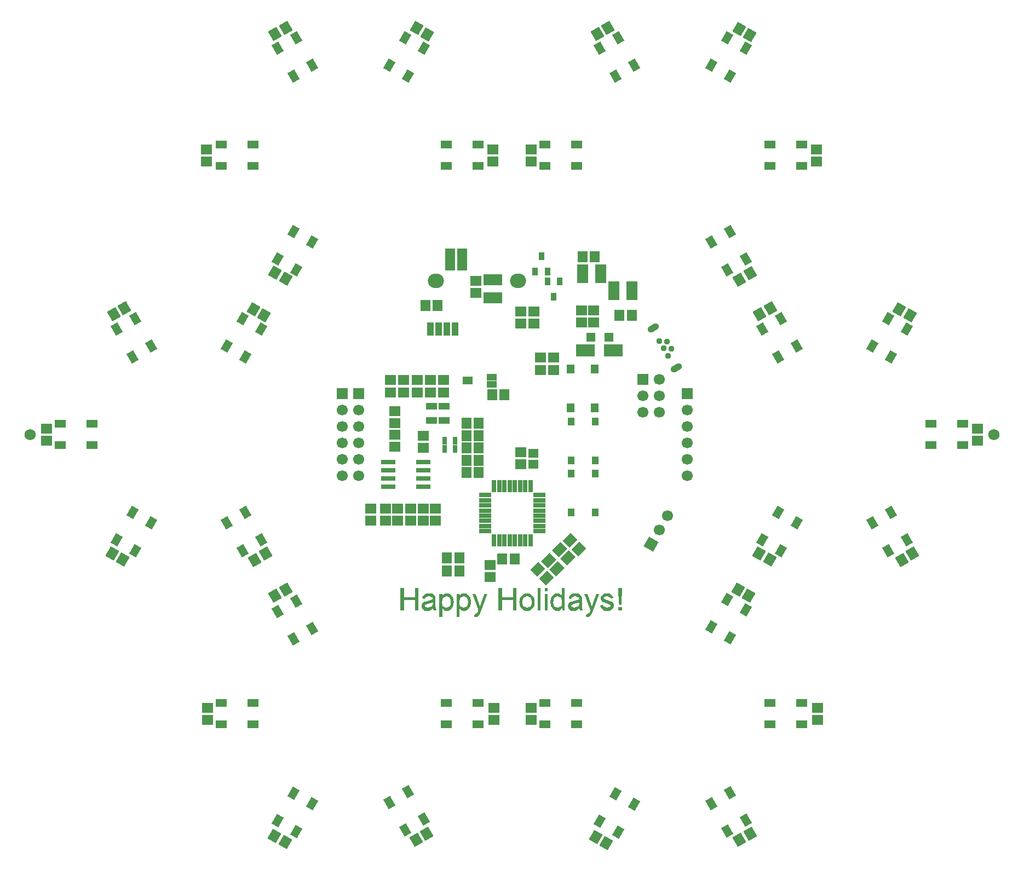
<source format=gbr>
G04 DipTrace 3.3.1.3*
G04 TopMask.gbr*
%MOIN*%
G04 #@! TF.FileFunction,Soldermask,Top*
G04 #@! TF.Part,Single*
%AMOUTLINE1*
4,1,4,
0.044542,0.002783,
-0.002783,-0.044542,
-0.044542,-0.002783,
0.002783,0.044542,
0.044542,0.002783,
0*%
%AMOUTLINE4*
4,1,4,
-0.042303,-0.014218,
-0.008839,0.043746,
0.042303,0.014218,
0.008839,-0.043746,
-0.042303,-0.014218,
0*%
%AMOUTLINE7*
4,1,4,
-0.008839,-0.043746,
-0.042303,0.014218,
0.008839,0.043746,
0.042303,-0.014218,
-0.008839,-0.043746,
0*%
%AMOUTLINE10*
4,1,16,
0.024717,-0.008459,
0.030839,-0.00278,
0.034056,0.005416,
0.033398,0.014198,
0.028994,0.021824,
0.021719,0.026784,
0.013012,0.028097,
0.005032,0.025635,
-0.024717,0.008459,
-0.030839,0.00278,
-0.034056,-0.005416,
-0.033398,-0.014198,
-0.028994,-0.021824,
-0.021719,-0.026784,
-0.013012,-0.028097,
-0.005032,-0.025635,
0.024717,-0.008459,
0*%
%AMOUTLINE13*
4,1,4,
-0.045714,-0.012249,
-0.012249,0.045714,
0.045714,0.012249,
0.012249,-0.045714,
-0.045714,-0.012249,
0*%
%AMOUTLINE16*
4,1,4,
0.003725,-0.040793,
-0.037189,-0.017171,
-0.003725,0.040793,
0.037189,0.017171,
0.003725,-0.040793,
0*%
%AMOUTLINE19*
4,1,4,
-0.037189,0.017171,
0.003725,0.040793,
0.037189,-0.017171,
-0.003725,-0.040793,
-0.037189,0.017171,
0*%
%AMOUTLINE22*
4,1,4,
-0.033465,-0.023622,
-0.033465,0.023622,
0.033465,0.023622,
0.033465,-0.023622,
-0.033465,-0.023622,
0*%
%AMOUTLINE25*
4,1,4,
0.046631,0.003473,
-0.003486,-0.046629,
-0.046631,-0.003473,
0.003486,0.046629,
0.046631,0.003473,
0*%
%ADD12C,0.003*%
%ADD25R,0.03937X0.047244*%
%ADD54R,0.059055X0.03937*%
%ADD57C,0.068898*%
%ADD63R,0.066929X0.047244*%
%ADD64R,0.074803X0.027559*%
%ADD66R,0.027559X0.074803*%
%ADD68R,0.03937X0.07874*%
%ADD70R,0.086614X0.031496*%
%ADD72R,0.033465X0.049213*%
%ADD74R,0.059055X0.047244*%
%ADD77R,0.066929X0.041732*%
%ADD79R,0.064961X0.055118*%
%ADD81C,0.066929*%
%ADD83R,0.066929X0.066929*%
%ADD85C,0.037402*%
%ADD87R,0.112205X0.076772*%
%ADD89R,0.055118X0.055118*%
%ADD91R,0.031496X0.047244*%
%ADD93R,0.114173X0.070866*%
%ADD95R,0.070866X0.114173*%
%ADD97R,0.059055X0.066929*%
%ADD99R,0.066929X0.059055*%
%ADD101R,0.047244X0.055118*%
%ADD103O,0.097874X0.087874*%
%ADD109OUTLINE1*%
%ADD112OUTLINE4*%
%ADD115OUTLINE7*%
%ADD118OUTLINE10*%
%ADD121OUTLINE13*%
%ADD124OUTLINE16*%
%ADD127OUTLINE19*%
%ADD130OUTLINE22*%
%ADD133OUTLINE25*%
%FSLAX26Y26*%
G04*
G70*
G90*
G75*
G01*
G04 TopMask*
%LPD*%
D103*
X3427329Y3947180D3*
X2927329D3*
D25*
X3751829Y2853441D3*
Y3089661D3*
X3897499Y2853441D3*
Y3089661D3*
X3751829Y2534690D3*
Y2770911D3*
X3897499Y2534690D3*
Y2770911D3*
D101*
X3895580Y3409690D3*
Y3173470D3*
X3749911Y3409690D3*
Y3173470D3*
D99*
X2851934Y2928546D3*
Y3003349D3*
X2733080Y3265941D3*
Y3340744D3*
X2926829Y2559691D3*
Y2484887D3*
X2676934Y2934795D3*
Y3009598D3*
X2695579Y2559691D3*
Y2484887D3*
D97*
X3189330Y2778440D3*
X3114527D3*
D99*
X2814329Y3265941D3*
Y3340744D3*
D97*
X2939329Y3797190D3*
X2864526D3*
X4120579Y3734690D3*
X4045776D3*
D95*
X4120580Y3884690D3*
X4010344D3*
D99*
X3170580Y3947190D3*
Y3872387D3*
D93*
X3276829Y3953441D3*
Y3843205D3*
D97*
X3820580Y4090941D3*
X3895383D3*
D95*
X3821711Y3989808D3*
X3931948D3*
D97*
X3408079Y2253441D3*
X3333276D3*
D99*
X3445580Y2828441D3*
Y2903244D3*
D109*
X3601829Y2134691D3*
X3548935Y2187584D3*
X3745579Y2365941D3*
X3798473Y2313047D3*
D99*
X3564329Y3403441D3*
Y3478244D3*
D112*
X1949550Y3997093D3*
X2014331Y3959691D3*
D99*
X3508080Y4747190D3*
Y4672387D3*
D115*
X4964329Y3778441D3*
X4899549Y3741039D3*
D112*
X4833080Y2028440D3*
X4768299Y2065842D3*
D99*
X3283080Y1272190D3*
Y1346993D3*
D115*
X1826829Y2247191D3*
X1891610Y2284592D3*
D99*
X1533080Y4747190D3*
Y4672387D3*
D115*
X3976829Y5484690D3*
X3912049Y5447288D3*
D112*
X5814329Y3734691D3*
X5749549Y3772092D3*
D99*
X5251829Y1272190D3*
Y1346993D3*
D115*
X2808080Y540940D3*
X2872861Y578342D3*
D112*
X958080Y2284690D3*
X1022861Y2247288D3*
D115*
X2014329Y5484690D3*
X1949549Y5447288D3*
D112*
X4839329Y5440940D3*
X4774549Y5478342D3*
D99*
X6226829Y2972190D3*
Y3046993D3*
D115*
X4776829Y540940D3*
X4841610Y578342D3*
D112*
X1945580Y565941D3*
X2010361Y528539D3*
D99*
X558080Y3047190D3*
Y2972387D3*
D112*
X2876829Y5447191D3*
X2812049Y5484592D3*
D99*
X5245580Y4672190D3*
Y4746993D3*
D115*
X5764329Y2247191D3*
X5829110Y2284592D3*
D112*
X3901829Y559690D3*
X3966610Y522288D3*
D99*
X1539329Y1347190D3*
Y1272387D3*
D115*
X1033080Y3778441D3*
X968299Y3741039D3*
D99*
X3276829Y4672190D3*
Y4746993D3*
D115*
X4776829Y3953440D3*
X4841610Y3990842D3*
D112*
X4895580Y2284690D3*
X4960361Y2247288D3*
D99*
X3508080Y1347190D3*
Y1272387D3*
D115*
X2014329Y2065941D3*
X1949549Y2028539D3*
D112*
X1883080Y3734691D3*
X1818299Y3772092D3*
D97*
X2995580Y2178441D3*
X3070383D3*
D91*
X2983080Y2972190D3*
Y2921009D3*
X3045580Y2922190D3*
Y2973371D3*
D97*
X3014329Y4109690D3*
X3089133D3*
D89*
X3870580Y3603440D3*
X3980816D3*
D87*
X3839329Y3522190D3*
X4008621D3*
D57*
X6326829Y3009690D3*
X458080D3*
D85*
X4289329Y3578441D3*
X4336219Y3575963D3*
X4314920Y3534117D3*
X4361810Y3531640D3*
X4340510Y3489793D3*
D118*
X4252046Y3660339D3*
X4392794Y3416556D3*
D83*
X4189329Y3347190D3*
D81*
X4289329D3*
X4189329Y3247190D3*
X4289329D3*
X4189329Y3147190D3*
X4289329D3*
D121*
X4239329Y2340941D3*
D81*
X4289329Y2427543D3*
X4339329Y2514146D3*
D83*
X2458080Y3259690D3*
D81*
Y3159690D3*
Y3059690D3*
Y2959690D3*
Y2859690D3*
Y2759690D3*
D83*
X2358080Y3259690D3*
D81*
Y3159690D3*
Y3059690D3*
Y2959690D3*
Y2859690D3*
Y2759690D3*
D83*
X4458080Y3259690D3*
D81*
Y3159690D3*
Y3059690D3*
Y2959690D3*
Y2859690D3*
Y2759690D3*
D79*
X3520580Y2897190D3*
Y2830261D3*
D77*
X2901829Y3097190D3*
X2978601D3*
Y3183411D3*
X2901829D3*
D54*
X3270136Y3316383D3*
Y3359690D3*
D74*
X3122499Y3338037D3*
D72*
X3683080Y3940941D3*
X3608277D3*
X3645678Y3850390D3*
X3533080Y4003441D3*
X3607883D3*
X3570482Y4093992D3*
D97*
X3070383Y2259690D3*
X2995580D3*
D99*
X3258080Y2215940D3*
Y2141136D3*
D97*
X3270580Y3253441D3*
X3345383D3*
X3114329Y2853441D3*
X3189133D3*
D99*
X2651829Y3265941D3*
Y3340744D3*
X2776831Y2484692D3*
Y2559495D3*
X2851829Y2559690D3*
Y2484887D3*
X2620580Y2484692D3*
Y2559495D3*
X2533080Y2559690D3*
Y2484887D3*
X2676928Y3153343D3*
Y3078539D3*
X2976829Y3265941D3*
Y3340744D3*
X2895580Y3340940D3*
Y3266136D3*
D97*
X3114329Y2928441D3*
X3189133D3*
D99*
X3526829Y3759690D3*
Y3684887D3*
D97*
X3089329Y4040941D3*
X3014526D3*
D99*
X3445580Y3759690D3*
Y3684887D3*
X3889329Y3765940D3*
Y3691136D3*
X3814329Y3765940D3*
Y3691136D3*
X3645580Y3478440D3*
Y3403636D3*
D97*
X3189329Y3078440D3*
X3114526D3*
X3189329Y3003441D3*
X3114526D3*
D70*
X2639329Y2840941D3*
Y2790941D3*
Y2740941D3*
Y2690941D3*
X2851928D3*
Y2740941D3*
Y2790941D3*
Y2840941D3*
D68*
X2895580Y3653441D3*
X2945580D3*
X2995580D3*
X3045580D3*
D66*
X3283079Y2365941D3*
X3314575D3*
X3346071D3*
X3377567D3*
X3409063D3*
X3440559D3*
X3472055D3*
X3503551D3*
D64*
X3558669Y2421059D3*
Y2452555D3*
Y2484051D3*
Y2515547D3*
Y2547043D3*
Y2578539D3*
Y2610035D3*
Y2641531D3*
D66*
X3503551Y2696650D3*
X3472055D3*
X3440559D3*
X3409063D3*
X3377567D3*
X3346071D3*
X3314575D3*
X3283079D3*
D64*
X3227961Y2641531D3*
Y2610035D3*
Y2578539D3*
Y2547043D3*
Y2515547D3*
Y2484051D3*
Y2452555D3*
Y2421059D3*
D124*
X2077358Y4013696D3*
X1964844Y4078656D3*
X2173815Y4180764D3*
X2061301Y4245724D3*
D63*
X3592873Y4644730D3*
Y4774651D3*
X3785786Y4644730D3*
Y4774651D3*
D127*
X4914824Y3650744D3*
X5027339Y3715705D3*
X5011281Y3483676D3*
X5123795Y3548636D3*
D124*
X4701301Y2005685D3*
X4813815Y1940724D3*
X4604844Y1838617D3*
X4717358Y1773656D3*
D63*
X3185786Y1374651D3*
Y1244730D3*
X2992873Y1374651D3*
Y1244730D3*
D127*
X1863835Y2368636D3*
X1751320Y2303676D3*
X1767378Y2535705D3*
X1654864Y2470744D3*
D63*
X1622873Y4644730D3*
Y4774651D3*
X1815786Y4644730D3*
Y4774651D3*
D127*
X3924824Y5360744D3*
X4037339Y5425705D3*
X4021281Y5193676D3*
X4133795Y5258636D3*
D124*
X5681301Y3715685D3*
X5793815Y3650724D3*
X5584844Y3548617D3*
X5697358Y3483656D3*
D63*
X5155786Y1374651D3*
Y1244730D3*
X4962873Y1374651D3*
Y1244730D3*
D127*
X2853835Y667416D3*
X2741320Y602455D3*
X2757378Y834484D3*
X2644864Y769524D3*
D124*
X1097358Y2303696D3*
X984844Y2368656D3*
X1193815Y2470764D3*
X1081301Y2535724D3*
D127*
X1964824Y5360744D3*
X2077339Y5425705D3*
X2061281Y5193676D3*
X2173795Y5258636D3*
D124*
X4701301Y5425685D3*
X4813815Y5360724D3*
X4604844Y5258617D3*
X4717358Y5193656D3*
D63*
X6135786Y3074651D3*
Y2944730D3*
X5942873Y3074651D3*
Y2944730D3*
D127*
X4813835Y661167D3*
X4701320Y596206D3*
X4717378Y828235D3*
X4604864Y763274D3*
D124*
X2077358Y593696D3*
X1964844Y658656D3*
X2173815Y760764D3*
X2061301Y825724D3*
D63*
X642873Y2944730D3*
Y3074651D3*
X835786Y2944730D3*
Y3074651D3*
D124*
X2741301Y5425685D3*
X2853815Y5360724D3*
X2644844Y5258617D3*
X2757358Y5193656D3*
D63*
X5155786Y4774651D3*
Y4644730D3*
X4962873Y4774651D3*
Y4644730D3*
D127*
X5793835Y2368636D3*
X5681320Y2303676D3*
X5697378Y2535705D3*
X5584864Y2470744D3*
D124*
X4037358Y590226D3*
X3924844Y655186D3*
X4133815Y757294D3*
X4021301Y822255D3*
D130*
X1622873Y1244730D3*
Y1374651D3*
X1815786Y1244730D3*
Y1374651D3*
D127*
X984895Y3650744D3*
X1097409Y3715705D3*
X1081352Y3483676D3*
X1193866Y3548636D3*
D63*
X3185786Y4774651D3*
Y4644730D3*
X2992873Y4774651D3*
Y4644730D3*
D127*
X4813835Y4078636D3*
X4701320Y4013676D3*
X4717378Y4245705D3*
X4604864Y4180744D3*
D124*
X5027358Y2303696D3*
X4914844Y2368656D3*
X5123815Y2470764D3*
X5011301Y2535724D3*
D63*
X3592873Y1244730D3*
Y1374651D3*
X3785786Y1244730D3*
Y1374651D3*
D127*
X1964824Y1932024D3*
X2077339Y1996984D3*
X2061281Y1764955D3*
X2173795Y1829916D3*
D124*
X1751301Y3715685D3*
X1863815Y3650724D3*
X1654844Y3548617D3*
X1767358Y3483656D3*
D133*
X3664329Y2190940D3*
X3731154Y2257743D3*
X3681051Y2307861D3*
X3614227Y2241058D3*
X2712957Y2074715D2*
D12*
X2730957D1*
X2802957D2*
X2817957D1*
X3309957D2*
X3327957D1*
X3399957D2*
X3414957D1*
X3546957D2*
X3561957D1*
X3591957D2*
X3603957D1*
X3693957D2*
X3708957D1*
X4038957D2*
X4056957D1*
X2712957Y2071715D2*
X2730957D1*
X2802957D2*
X2817957D1*
X3309957D2*
X3327957D1*
X3399957D2*
X3414957D1*
X3546957D2*
X3561957D1*
X3591957D2*
X3603957D1*
X3693957D2*
X3708957D1*
X4038957D2*
X4056957D1*
X2712957Y2068715D2*
X2730957D1*
X2802957D2*
X2817957D1*
X3309957D2*
X3327957D1*
X3399957D2*
X3414957D1*
X3546957D2*
X3561957D1*
X3591957D2*
X3603957D1*
X3693957D2*
X3708957D1*
X4038957D2*
X4056957D1*
X2712957Y2065715D2*
X2730957D1*
X2802957D2*
X2817957D1*
X3309957D2*
X3327957D1*
X3399957D2*
X3414957D1*
X3546957D2*
X3561957D1*
X3591957D2*
X3603957D1*
X3693957D2*
X3708957D1*
X4038957D2*
X4056957D1*
X2712957Y2062715D2*
X2730957D1*
X2802957D2*
X2817957D1*
X3309957D2*
X3327957D1*
X3399957D2*
X3414957D1*
X3546957D2*
X3561957D1*
X3591957D2*
X3603957D1*
X3693957D2*
X3708957D1*
X4038957D2*
X4056957D1*
X2712957Y2059715D2*
X2730957D1*
X2802957D2*
X2817957D1*
X3309957D2*
X3327957D1*
X3399957D2*
X3414957D1*
X3546957D2*
X3561957D1*
X3591957D2*
X3603957D1*
X3693957D2*
X3708957D1*
X4038957D2*
X4056957D1*
X2712957Y2056715D2*
X2730957D1*
X2802957D2*
X2817957D1*
X3309957D2*
X3327957D1*
X3399957D2*
X3414957D1*
X3546957D2*
X3561957D1*
X3693957D2*
X3708957D1*
X4038957D2*
X4056957D1*
X2712957Y2053715D2*
X2730957D1*
X2802957D2*
X2817957D1*
X3309957D2*
X3327957D1*
X3399957D2*
X3414957D1*
X3546957D2*
X3561957D1*
X3693957D2*
X3708957D1*
X4038957D2*
X4056957D1*
X2712957Y2050715D2*
X2730957D1*
X2802957D2*
X2817957D1*
X3309957D2*
X3327957D1*
X3399957D2*
X3414957D1*
X3546957D2*
X3561957D1*
X3693957D2*
X3708957D1*
X4038957D2*
X4056957D1*
X2712957Y2047715D2*
X2730957D1*
X2802957D2*
X2817957D1*
X3309957D2*
X3327957D1*
X3399957D2*
X3414957D1*
X3546957D2*
X3561957D1*
X3693957D2*
X3708957D1*
X4038957D2*
X4056957D1*
X2712957Y2044715D2*
X2730957D1*
X2802957D2*
X2817957D1*
X3309957D2*
X3327957D1*
X3399957D2*
X3414957D1*
X3546957D2*
X3561957D1*
X3693957D2*
X3708957D1*
X4038957D2*
X4056957D1*
X2712957Y2041715D2*
X2730957D1*
X2802957D2*
X2817957D1*
X2871957D2*
X2901957D1*
X2982957D2*
X3003957D1*
X3087957D2*
X3108957D1*
X3309957D2*
X3327957D1*
X3399957D2*
X3414957D1*
X3468957D2*
X3492957D1*
X3546957D2*
X3561957D1*
X3654957D2*
X3675957D1*
X3693945D2*
X3708957D1*
X3762957D2*
X3792957D1*
X3954957D2*
X3981957D1*
X4038957D2*
X4056957D1*
X2712957Y2038715D2*
X2730957D1*
X2802957D2*
X2817957D1*
X2865161D2*
X2907715D1*
X2949957D2*
X2964957D1*
X2978449D2*
X3009367D1*
X3054957D2*
X3069957D1*
X3083449D2*
X3114367D1*
X3150957D2*
X3165957D1*
X3222957D2*
X3237957D1*
X3309957D2*
X3327957D1*
X3399957D2*
X3414957D1*
X3463546D2*
X3499752D1*
X3546957D2*
X3561957D1*
X3591957D2*
X3603957D1*
X3649546D2*
X3680465D1*
X3693831D2*
X3708957D1*
X3756161D2*
X3798715D1*
X3831957D2*
X3846957D1*
X3903957D2*
X3918957D1*
X3949187D2*
X3987367D1*
X4038957D2*
X4056957D1*
X2712957Y2035715D2*
X2730957D1*
X2802957D2*
X2817957D1*
X2859557D2*
X2912332D1*
X2949957D2*
X2965508D1*
X2974118D2*
X3014110D1*
X3054957D2*
X3070508D1*
X3079118D2*
X3119110D1*
X3152456D2*
X3167805D1*
X3221919D2*
X3236458D1*
X3309957D2*
X3327957D1*
X3399957D2*
X3414957D1*
X3458792D2*
X3505356D1*
X3546957D2*
X3561957D1*
X3591957D2*
X3603957D1*
X3644803D2*
X3684795D1*
X3693367D2*
X3708957D1*
X3750557D2*
X3803332D1*
X3833456D2*
X3848805D1*
X3902919D2*
X3917458D1*
X3944476D2*
X3992110D1*
X4038957D2*
X4056957D1*
X2712957Y2032715D2*
X2730957D1*
X2802957D2*
X2817957D1*
X2855222D2*
X2915810D1*
X2949957D2*
X2966561D1*
X2969634D2*
X3018009D1*
X3054957D2*
X3071561D1*
X3074634D2*
X3123009D1*
X3153714D2*
X3169422D1*
X3220921D2*
X3235211D1*
X3309957D2*
X3327957D1*
X3399957D2*
X3414957D1*
X3454787D2*
X3509692D1*
X3546957D2*
X3561957D1*
X3591957D2*
X3603957D1*
X3640904D2*
X3689280D1*
X3692342D2*
X3708957D1*
X3746222D2*
X3806810D1*
X3834714D2*
X3850422D1*
X3901921D2*
X3916211D1*
X3940721D2*
X3995997D1*
X4038968D2*
X4056945D1*
X2712957Y2029715D2*
X2730957D1*
X2802957D2*
X2817957D1*
X2851935D2*
X2918361D1*
X2949957D2*
X3021102D1*
X3054957D2*
X3126102D1*
X3154974D2*
X3170740D1*
X3219970D2*
X3234045D1*
X3309957D2*
X3327957D1*
X3399957D2*
X3414957D1*
X3451312D2*
X3512990D1*
X3546957D2*
X3561957D1*
X3591957D2*
X3603957D1*
X3637811D2*
X3708957D1*
X3742935D2*
X3809361D1*
X3835974D2*
X3851740D1*
X3900970D2*
X3915045D1*
X3937822D2*
X3998997D1*
X4039074D2*
X4056840D1*
X2712957Y2026715D2*
X2730957D1*
X2802957D2*
X2817957D1*
X2849482D2*
X2872558D1*
X2894652D2*
X2920249D1*
X2949957D2*
X2983546D1*
X3000355D2*
X3023489D1*
X3054957D2*
X3088546D1*
X3105355D2*
X3128489D1*
X3156319D2*
X3171842D1*
X3218946D2*
X3232977D1*
X3309957D2*
X3327957D1*
X3399957D2*
X3414957D1*
X3448218D2*
X3472546D1*
X3492367D2*
X3515549D1*
X3546957D2*
X3561957D1*
X3591957D2*
X3603957D1*
X3635424D2*
X3658558D1*
X3675716D2*
X3708957D1*
X3740482D2*
X3763558D1*
X3785652D2*
X3811249D1*
X3837319D2*
X3852842D1*
X3899946D2*
X3913977D1*
X3935778D2*
X3955672D1*
X3978355D2*
X4001104D1*
X4039456D2*
X4056457D1*
X2712957Y2023715D2*
X2730957D1*
X2802957D2*
X2817957D1*
X2847660D2*
X2867909D1*
X2900671D2*
X2921567D1*
X2949957D2*
X2978803D1*
X3005004D2*
X3025410D1*
X3054957D2*
X3083803D1*
X3110004D2*
X3130410D1*
X3157651D2*
X3172929D1*
X3217939D2*
X3231981D1*
X3309957D2*
X3327957D1*
X3399957D2*
X3414957D1*
X3445622D2*
X3467792D1*
X3497110D2*
X3517776D1*
X3546957D2*
X3561957D1*
X3591957D2*
X3603957D1*
X3633504D2*
X3653909D1*
X3680830D2*
X3708957D1*
X3738660D2*
X3758909D1*
X3791671D2*
X3812567D1*
X3838651D2*
X3853929D1*
X3898939D2*
X3912981D1*
X3934323D2*
X3951419D1*
X3982996D2*
X4002668D1*
X4040175D2*
X4055739D1*
X2712957Y2020715D2*
X2730957D1*
X2802957D2*
X2817957D1*
X2846229D2*
X2864289D1*
X2905184D2*
X2922323D1*
X2949957D2*
X2974904D1*
X3008615D2*
X3027082D1*
X3054957D2*
X3079904D1*
X3113615D2*
X3132082D1*
X3158833D2*
X3173961D1*
X3216967D2*
X3230849D1*
X3309957D2*
X3327957D1*
X3399957D2*
X3414957D1*
X3443703D2*
X3463799D1*
X3500997D2*
X3519807D1*
X3546957D2*
X3561957D1*
X3591957D2*
X3603957D1*
X3631831D2*
X3650298D1*
X3684881D2*
X3708957D1*
X3737229D2*
X3755289D1*
X3796184D2*
X3813323D1*
X3839833D2*
X3854961D1*
X3897967D2*
X3911849D1*
X3933094D2*
X3948149D1*
X3986540D2*
X4004238D1*
X4040944D2*
X4054969D1*
X2712957Y2017715D2*
X2817957D1*
X2846234D2*
X2861544D1*
X2907091D2*
X2922693D1*
X2949957D2*
X2971811D1*
X3011278D2*
X3028547D1*
X3054957D2*
X3076811D1*
X3116278D2*
X3133547D1*
X3159877D2*
X3174930D1*
X3215844D2*
X3229560D1*
X3309957D2*
X3414957D1*
X3442297D2*
X3460429D1*
X3503997D2*
X3521431D1*
X3546957D2*
X3561957D1*
X3591957D2*
X3603957D1*
X3630367D2*
X3647647D1*
X3688007D2*
X3708957D1*
X3737234D2*
X3752544D1*
X3798091D2*
X3813693D1*
X3840877D2*
X3855930D1*
X3896844D2*
X3910560D1*
X3932118D2*
X3946863D1*
X3989025D2*
X4005957D1*
X4041467D2*
X4054446D1*
X2712957Y2014715D2*
X2817957D1*
X2848296D2*
X2859219D1*
X2908581D2*
X2922854D1*
X2949957D2*
X2969436D1*
X3013326D2*
X3029694D1*
X3054957D2*
X3074436D1*
X3118326D2*
X3134694D1*
X3160942D2*
X3175962D1*
X3214558D2*
X3228250D1*
X3309957D2*
X3414957D1*
X3441085D2*
X3457718D1*
X3506095D2*
X3522704D1*
X3546957D2*
X3561957D1*
X3591957D2*
X3603957D1*
X3629231D2*
X3645693D1*
X3690474D2*
X3708957D1*
X3739296D2*
X3750219D1*
X3799581D2*
X3813854D1*
X3841942D2*
X3856962D1*
X3895558D2*
X3909250D1*
X3931613D2*
X3946725D1*
X3990957D2*
X3996957D1*
X4041745D2*
X4054168D1*
X2712957Y2011715D2*
X2817957D1*
X2850957D2*
X2856957D1*
X2909613D2*
X2922919D1*
X2949957D2*
X2967621D1*
X3015051D2*
X3030483D1*
X3054957D2*
X3072621D1*
X3120051D2*
X3135483D1*
X3161965D2*
X3176972D1*
X3213249D2*
X3227076D1*
X3309957D2*
X3414957D1*
X3440103D2*
X3455840D1*
X3507574D2*
X3523861D1*
X3546957D2*
X3561957D1*
X3591957D2*
X3603957D1*
X3628536D2*
X3644245D1*
X3692201D2*
X3708957D1*
X3741957D2*
X3747957D1*
X3800613D2*
X3813919D1*
X3842965D2*
X3857972D1*
X3894249D2*
X3908076D1*
X3931697D2*
X3948132D1*
X4041873D2*
X4054041D1*
X2712957Y2008715D2*
X2817957D1*
X2910283D2*
X2922943D1*
X2949957D2*
X2966319D1*
X3016535D2*
X3031207D1*
X3054957D2*
X3071319D1*
X3121535D2*
X3136207D1*
X3162943D2*
X3177934D1*
X3212075D2*
X3226035D1*
X3309957D2*
X3414957D1*
X3439483D2*
X3454690D1*
X3508814D2*
X3524822D1*
X3546957D2*
X3561957D1*
X3591957D2*
X3603957D1*
X3628088D2*
X3643096D1*
X3693276D2*
X3708957D1*
X3801283D2*
X3813943D1*
X3843943D2*
X3858934D1*
X3893075D2*
X3907035D1*
X3932382D2*
X3952648D1*
X4041925D2*
X4053988D1*
X2712957Y2005715D2*
X2817957D1*
X2906520D2*
X2922952D1*
X2949957D2*
X2965468D1*
X3017678D2*
X3032077D1*
X3054957D2*
X3070468D1*
X3122678D2*
X3137077D1*
X3164068D2*
X3178963D1*
X3211035D2*
X3224971D1*
X3309957D2*
X3414957D1*
X3439068D2*
X3453807D1*
X3509805D2*
X3525422D1*
X3546957D2*
X3561957D1*
X3591957D2*
X3603957D1*
X3627555D2*
X3642004D1*
X3694127D2*
X3708957D1*
X3797520D2*
X3813952D1*
X3845068D2*
X3859963D1*
X3892035D2*
X3905971D1*
X3933500D2*
X3959176D1*
X4041945D2*
X4053968D1*
X2712957Y2002715D2*
X2730957D1*
X2802957D2*
X2817957D1*
X2897351D2*
X2922955D1*
X2949957D2*
X2964719D1*
X3018364D2*
X3032908D1*
X3054957D2*
X3069719D1*
X3123364D2*
X3137908D1*
X3165355D2*
X3179973D1*
X3209971D2*
X3223948D1*
X3309957D2*
X3327957D1*
X3399957D2*
X3414957D1*
X3438547D2*
X3452873D1*
X3510417D2*
X3525730D1*
X3546957D2*
X3561957D1*
X3591957D2*
X3603957D1*
X3626775D2*
X3641073D1*
X3695048D2*
X3708957D1*
X3788351D2*
X3813955D1*
X3846355D2*
X3860973D1*
X3890971D2*
X3904948D1*
X3934943D2*
X3967239D1*
X4041953D2*
X4053961D1*
X2712957Y1999715D2*
X2730957D1*
X2802957D2*
X2817957D1*
X2885807D2*
X2922956D1*
X2949957D2*
X2963840D1*
X3018707D2*
X3033454D1*
X3054957D2*
X3068840D1*
X3123707D2*
X3138454D1*
X3166664D2*
X3180934D1*
X3208948D2*
X3222982D1*
X3309957D2*
X3327957D1*
X3399957D2*
X3414957D1*
X3437772D2*
X3452019D1*
X3510728D2*
X3525867D1*
X3546957D2*
X3561957D1*
X3591957D2*
X3603957D1*
X3625982D2*
X3640484D1*
X3695897D2*
X3708957D1*
X3776807D2*
X3813956D1*
X3847664D2*
X3861934D1*
X3889948D2*
X3903982D1*
X3936888D2*
X3975851D1*
X4041955D2*
X4053958D1*
X2712957Y1996715D2*
X2730957D1*
X2802957D2*
X2817957D1*
X2874152D2*
X2922957D1*
X2949957D2*
X2963007D1*
X3018859D2*
X3033741D1*
X3054957D2*
X3068007D1*
X3123859D2*
X3138741D1*
X3167838D2*
X3181963D1*
X3207982D2*
X3221951D1*
X3309957D2*
X3327957D1*
X3399957D2*
X3414957D1*
X3436981D2*
X3451464D1*
X3510867D2*
X3525923D1*
X3546957D2*
X3561957D1*
X3591957D2*
X3603957D1*
X3625451D2*
X3640181D1*
X3696451D2*
X3708957D1*
X3765152D2*
X3813957D1*
X3848838D2*
X3862963D1*
X3888982D2*
X3902951D1*
X3939707D2*
X3984186D1*
X4041956D2*
X4053957D1*
X2712957Y1993715D2*
X2730957D1*
X2802957D2*
X2817957D1*
X2864587D2*
X2922957D1*
X2949957D2*
X2962459D1*
X3018921D2*
X3033871D1*
X3054957D2*
X3067459D1*
X3123921D2*
X3138871D1*
X3168878D2*
X3182973D1*
X3206951D2*
X3220941D1*
X3309957D2*
X3327957D1*
X3399957D2*
X3414957D1*
X3436462D2*
X3451174D1*
X3510923D2*
X3525945D1*
X3546957D2*
X3561957D1*
X3591957D2*
X3603957D1*
X3625170D2*
X3640045D1*
X3696740D2*
X3708957D1*
X3755587D2*
X3813957D1*
X3849878D2*
X3863973D1*
X3887951D2*
X3901941D1*
X3943804D2*
X3991457D1*
X4041957D2*
X4053957D1*
X2712957Y1990715D2*
X2730957D1*
X2802957D2*
X2817957D1*
X2857569D2*
X2922957D1*
X2949957D2*
X2962184D1*
X3018944D2*
X3033913D1*
X3054957D2*
X3067184D1*
X3123944D2*
X3138913D1*
X3169942D2*
X3183934D1*
X3205941D2*
X3219968D1*
X3309957D2*
X3327957D1*
X3399957D2*
X3414957D1*
X3436287D2*
X3451054D1*
X3510945D2*
X3525953D1*
X3546957D2*
X3561957D1*
X3591957D2*
X3603957D1*
X3625053D2*
X3639990D1*
X3696859D2*
X3708957D1*
X3748569D2*
X3813957D1*
X3850942D2*
X3864934D1*
X3886941D2*
X3900968D1*
X3949526D2*
X3997153D1*
X4041968D2*
X4053957D1*
X2712957Y1987715D2*
X2730957D1*
X2802957D2*
X2817957D1*
X2852517D2*
X2901179D1*
X2910945D2*
X2922957D1*
X2949957D2*
X2962160D1*
X3018941D2*
X3033828D1*
X3054957D2*
X3067160D1*
X3123941D2*
X3138828D1*
X3170965D2*
X3184963D1*
X3204980D2*
X3218845D1*
X3309957D2*
X3327957D1*
X3399957D2*
X3414957D1*
X3436541D2*
X3451106D1*
X3510953D2*
X3525955D1*
X3546957D2*
X3561957D1*
X3591957D2*
X3603957D1*
X3625106D2*
X3639980D1*
X3696807D2*
X3708957D1*
X3743517D2*
X3792179D1*
X3801945D2*
X3813957D1*
X3851965D2*
X3865963D1*
X3885980D2*
X3899845D1*
X3956998D2*
X4001265D1*
X4042074D2*
X4053957D1*
X2712957Y1984715D2*
X2730957D1*
X2802957D2*
X2817957D1*
X2848701D2*
X2888427D1*
X2910840D2*
X2922957D1*
X2949957D2*
X2962488D1*
X3018838D2*
X3033453D1*
X3054957D2*
X3067488D1*
X3123838D2*
X3138453D1*
X3171931D2*
X3185973D1*
X3203950D2*
X3217558D1*
X3309957D2*
X3327957D1*
X3399957D2*
X3414957D1*
X3437206D2*
X3451468D1*
X3510944D2*
X3525956D1*
X3546957D2*
X3561957D1*
X3591957D2*
X3603957D1*
X3625468D2*
X3640078D1*
X3696446D2*
X3708957D1*
X3739701D2*
X3779427D1*
X3801840D2*
X3813957D1*
X3852931D2*
X3866973D1*
X3884950D2*
X3898558D1*
X3965674D2*
X4004132D1*
X4042458D2*
X4053957D1*
X2712957Y1981715D2*
X2730957D1*
X2802957D2*
X2817957D1*
X2845816D2*
X2877103D1*
X2910457D2*
X2922957D1*
X2949957D2*
X2963186D1*
X3018457D2*
X3032737D1*
X3054957D2*
X3068186D1*
X3123457D2*
X3137737D1*
X3172962D2*
X3186934D1*
X3202940D2*
X3216249D1*
X3309957D2*
X3327957D1*
X3399957D2*
X3414957D1*
X3437955D2*
X3452179D1*
X3510839D2*
X3525945D1*
X3546957D2*
X3561957D1*
X3591957D2*
X3603957D1*
X3626179D2*
X3640458D1*
X3695735D2*
X3708957D1*
X3736816D2*
X3768103D1*
X3801457D2*
X3813957D1*
X3853962D2*
X3867934D1*
X3883940D2*
X3897249D1*
X3974421D2*
X4006159D1*
X4043202D2*
X4053957D1*
X2712957Y1978715D2*
X2730957D1*
X2802957D2*
X2817957D1*
X2843564D2*
X2868593D1*
X2909727D2*
X2922957D1*
X2949957D2*
X2963960D1*
X3017727D2*
X3031957D1*
X3054957D2*
X3068960D1*
X3122727D2*
X3136957D1*
X3173973D2*
X3187963D1*
X3201980D2*
X3215075D1*
X3309957D2*
X3327957D1*
X3399957D2*
X3414957D1*
X3438483D2*
X3452957D1*
X3510457D2*
X3525839D1*
X3546957D2*
X3561957D1*
X3591957D2*
X3603957D1*
X3626957D2*
X3641187D1*
X3694956D2*
X3708957D1*
X3734564D2*
X3759593D1*
X3800727D2*
X3813957D1*
X3854973D2*
X3868963D1*
X3882980D2*
X3896075D1*
X3981954D2*
X4007534D1*
X4044095D2*
X4053957D1*
X2712957Y1975715D2*
X2730957D1*
X2802957D2*
X2817957D1*
X2842738D2*
X2862157D1*
X2908852D2*
X2922957D1*
X2949957D2*
X2964597D1*
X3016852D2*
X3031329D1*
X3054957D2*
X3069597D1*
X3121852D2*
X3136329D1*
X3174945D2*
X3188996D1*
X3200950D2*
X3214035D1*
X3309957D2*
X3327957D1*
X3399957D2*
X3414957D1*
X3438864D2*
X3453596D1*
X3509727D2*
X3525457D1*
X3546957D2*
X3561957D1*
X3591957D2*
X3603957D1*
X3627585D2*
X3642061D1*
X3694329D2*
X3708957D1*
X3733738D2*
X3753157D1*
X3799852D2*
X3813957D1*
X3855945D2*
X3869996D1*
X3881950D2*
X3895035D1*
X3987468D2*
X4008312D1*
X4044957D2*
X4053957D1*
X2712957Y1972715D2*
X2730957D1*
X2802957D2*
X2817957D1*
X2842290D2*
X2859171D1*
X2907935D2*
X2922957D1*
X2949957D2*
X2965362D1*
X3015935D2*
X3030669D1*
X3054957D2*
X3070362D1*
X3120935D2*
X3135669D1*
X3176069D2*
X3190188D1*
X3199932D2*
X3212971D1*
X3309957D2*
X3327957D1*
X3399957D2*
X3414957D1*
X3439372D2*
X3454374D1*
X3508841D2*
X3524727D1*
X3546957D2*
X3561957D1*
X3591957D2*
X3603957D1*
X3628245D2*
X3642978D1*
X3693657D2*
X3708957D1*
X3733290D2*
X3750171D1*
X3798935D2*
X3813957D1*
X3857069D2*
X3871188D1*
X3880932D2*
X3893971D1*
X3936957D2*
X3942957D1*
X3991484D2*
X4008677D1*
X2712957Y1969715D2*
X2730957D1*
X2802957D2*
X2817957D1*
X2842087D2*
X2858024D1*
X2906809D2*
X2922957D1*
X2949957D2*
X2966614D1*
X3014821D2*
X3029811D1*
X3054957D2*
X3071614D1*
X3119821D2*
X3134811D1*
X3177355D2*
X3191760D1*
X3198887D2*
X3211948D1*
X3309957D2*
X3327957D1*
X3399957D2*
X3414957D1*
X3440155D2*
X3455719D1*
X3507818D2*
X3523841D1*
X3546957D2*
X3561957D1*
X3591957D2*
X3603957D1*
X3629102D2*
X3644092D1*
X3692694D2*
X3708957D1*
X3733087D2*
X3749024D1*
X3797809D2*
X3813957D1*
X3858355D2*
X3872760D1*
X3879887D2*
X3892948D1*
X3927957D2*
X3944108D1*
X3992954D2*
X4008736D1*
X2712957Y1966715D2*
X2730957D1*
X2802957D2*
X2817957D1*
X2842005D2*
X2857539D1*
X2905296D2*
X2922968D1*
X2949957D2*
X2968377D1*
X3013413D2*
X3028872D1*
X3054957D2*
X3073377D1*
X3118413D2*
X3133872D1*
X3178664D2*
X3195143D1*
X3197546D2*
X3210982D1*
X3309957D2*
X3327957D1*
X3399957D2*
X3414957D1*
X3441062D2*
X3457771D1*
X3506310D2*
X3522830D1*
X3546957D2*
X3561957D1*
X3591957D2*
X3603957D1*
X3630041D2*
X3645500D1*
X3691361D2*
X3708957D1*
X3733005D2*
X3748539D1*
X3796296D2*
X3813968D1*
X3859664D2*
X3876143D1*
X3878546D2*
X3891982D1*
X3929456D2*
X3945515D1*
X3993203D2*
X4008407D1*
X2712957Y1963715D2*
X2730957D1*
X2802957D2*
X2817957D1*
X2841985D2*
X2857517D1*
X2903397D2*
X2923074D1*
X2949957D2*
X2970641D1*
X3011432D2*
X3027841D1*
X3054957D2*
X3075641D1*
X3116432D2*
X3132841D1*
X3179838D2*
X3209951D1*
X3309957D2*
X3327957D1*
X3399957D2*
X3414957D1*
X3442092D2*
X3460489D1*
X3504008D2*
X3521439D1*
X3546957D2*
X3561957D1*
X3591957D2*
X3603957D1*
X3631084D2*
X3647481D1*
X3689412D2*
X3708957D1*
X3732985D2*
X3748517D1*
X3794397D2*
X3814074D1*
X3860838D2*
X3890951D1*
X3930714D2*
X3947501D1*
X3992229D2*
X4007608D1*
X2712957Y1960715D2*
X2730957D1*
X2802957D2*
X2817957D1*
X2842091D2*
X2859293D1*
X2898737D2*
X2923456D1*
X2949957D2*
X2973407D1*
X3008794D2*
X3026443D1*
X3054957D2*
X3078407D1*
X3113794D2*
X3131443D1*
X3180878D2*
X3208941D1*
X3309957D2*
X3327957D1*
X3399957D2*
X3414957D1*
X3443590D2*
X3464469D1*
X3501052D2*
X3519707D1*
X3546957D2*
X3561957D1*
X3591957D2*
X3603957D1*
X3632588D2*
X3650119D1*
X3686790D2*
X3708957D1*
X3733091D2*
X3750293D1*
X3789737D2*
X3814456D1*
X3861878D2*
X3889941D1*
X3931986D2*
X3950169D1*
X3989552D2*
X4006454D1*
X2712957Y1957715D2*
X2730957D1*
X2802957D2*
X2817957D1*
X2842587D2*
X2866501D1*
X2890774D2*
X2924175D1*
X2949957D2*
X2979857D1*
X3001537D2*
X3024696D1*
X3054957D2*
X3084857D1*
X3106537D2*
X3129696D1*
X3181942D2*
X3207968D1*
X3309957D2*
X3327957D1*
X3399957D2*
X3414957D1*
X3445706D2*
X3471377D1*
X3493661D2*
X3517850D1*
X3546957D2*
X3561957D1*
X3591957D2*
X3603957D1*
X3634705D2*
X3657377D1*
X3679535D2*
X3708957D1*
X3733587D2*
X3757501D1*
X3781774D2*
X3815175D1*
X3862942D2*
X3888968D1*
X3933448D2*
X3957948D1*
X3981879D2*
X4005098D1*
X4038957D2*
X4056957D1*
X2712957Y1954715D2*
X2730957D1*
X2802957D2*
X2817957D1*
X2843804D2*
X2878273D1*
X2878247D2*
X2924956D1*
X2949957D2*
X2989379D1*
X2990471D2*
X3022745D1*
X3054957D2*
X3094379D1*
X3095471D2*
X3127745D1*
X3182965D2*
X3206845D1*
X3309957D2*
X3327957D1*
X3399957D2*
X3414957D1*
X3448281D2*
X3482417D1*
X3482519D2*
X3515705D1*
X3546957D2*
X3561957D1*
X3591957D2*
X3603957D1*
X3637269D2*
X3668443D1*
X3668470D2*
X3708957D1*
X3734804D2*
X3769273D1*
X3769247D2*
X3815956D1*
X3863965D2*
X3887845D1*
X3935279D2*
X3970053D1*
X3969828D2*
X4003540D1*
X4038957D2*
X4056957D1*
X2712957Y1951715D2*
X2730957D1*
X2802957D2*
X2817957D1*
X2845802D2*
X2925593D1*
X2949957D2*
X3020300D1*
X3054957D2*
X3125300D1*
X3183931D2*
X3205558D1*
X3309957D2*
X3327957D1*
X3399957D2*
X3414957D1*
X3451207D2*
X3512899D1*
X3546957D2*
X3561957D1*
X3591957D2*
X3603957D1*
X3640101D2*
X3690945D1*
X3696957D2*
X3708957D1*
X3736802D2*
X3816593D1*
X3864931D2*
X3886558D1*
X3937692D2*
X4001543D1*
X4038957D2*
X4056957D1*
X2712957Y1948715D2*
X2730957D1*
X2802957D2*
X2817957D1*
X2848427D2*
X2901245D1*
X2911508D2*
X2926336D1*
X2949957D2*
X2964957D1*
X2971080D2*
X3016952D1*
X3054957D2*
X3069957D1*
X3076080D2*
X3121952D1*
X3184951D2*
X3204249D1*
X3309957D2*
X3327957D1*
X3399957D2*
X3414957D1*
X3454629D2*
X3509259D1*
X3546957D2*
X3561957D1*
X3591957D2*
X3603957D1*
X3643253D2*
X3687831D1*
X3696957D2*
X3708957D1*
X3739427D2*
X3792245D1*
X3802508D2*
X3817336D1*
X3865951D2*
X3885249D1*
X3940839D2*
X3998612D1*
X4038957D2*
X4056957D1*
X2712957Y1945715D2*
X2730957D1*
X2802957D2*
X2817957D1*
X2851679D2*
X2896544D1*
X2912561D2*
X2927494D1*
X2949957D2*
X2964957D1*
X2974546D2*
X3012556D1*
X3054957D2*
X3069957D1*
X3079546D2*
X3117556D1*
X3185855D2*
X3203075D1*
X3309957D2*
X3327957D1*
X3399957D2*
X3414957D1*
X3458807D2*
X3504693D1*
X3546957D2*
X3561957D1*
X3591957D2*
X3603957D1*
X3647152D2*
X3684367D1*
X3696957D2*
X3708957D1*
X3742679D2*
X3787544D1*
X3803561D2*
X3818494D1*
X3866855D2*
X3884075D1*
X3944891D2*
X3994284D1*
X4038957D2*
X4056957D1*
X2712957Y1942715D2*
X2730957D1*
X2802957D2*
X2817957D1*
X2855618D2*
X2890591D1*
X2913957D2*
X2928957D1*
X2949957D2*
X2964957D1*
X2978572D2*
X3007079D1*
X3054957D2*
X3069957D1*
X3083572D2*
X3112079D1*
X3186422D2*
X3202035D1*
X3309957D2*
X3327957D1*
X3399957D2*
X3414957D1*
X3463715D2*
X3499131D1*
X3546957D2*
X3561957D1*
X3591957D2*
X3603957D1*
X3652192D2*
X3680342D1*
X3696957D2*
X3708957D1*
X3746618D2*
X3781591D1*
X3804957D2*
X3819957D1*
X3867422D2*
X3883035D1*
X3949745D2*
X3988497D1*
X4038957D2*
X4056957D1*
X2859957Y1939715D2*
X2883957D1*
X2949957D2*
X2964957D1*
X2982957D2*
X3000957D1*
X3054957D2*
X3069957D1*
X3087957D2*
X3105957D1*
X3186616D2*
X3200971D1*
X3468957D2*
X3492957D1*
X3657957D2*
X3675957D1*
X3750957D2*
X3774957D1*
X3867616D2*
X3881971D1*
X3954957D2*
X3981957D1*
X2949957Y1936715D2*
X2964957D1*
X3054957D2*
X3069957D1*
X3186357D2*
X3199948D1*
X3867357D2*
X3880948D1*
X2949957Y1933715D2*
X2964957D1*
X3054957D2*
X3069957D1*
X3185589D2*
X3198971D1*
X3866589D2*
X3879971D1*
X2949957Y1930715D2*
X2964957D1*
X3054957D2*
X3069957D1*
X3184435D2*
X3197845D1*
X3865435D2*
X3878845D1*
X2949957Y1927715D2*
X2964957D1*
X3054957D2*
X3069957D1*
X3182931D2*
X3196547D1*
X3863931D2*
X3877547D1*
X2949957Y1924715D2*
X2964957D1*
X3054957D2*
X3069957D1*
X3181082D2*
X3195144D1*
X3862082D2*
X3876144D1*
X2949957Y1921715D2*
X2964957D1*
X3054957D2*
X3069957D1*
X3176718D2*
X3193681D1*
X3857718D2*
X3874681D1*
X2949957Y1918715D2*
X2964957D1*
X3054957D2*
X3069957D1*
X3171165D2*
X3192187D1*
X3852165D2*
X3873187D1*
X2949957Y1915715D2*
X2964957D1*
X3054957D2*
X3069957D1*
X3166115D2*
X3190574D1*
X3847115D2*
X3871574D1*
X2949957Y1912715D2*
X2964957D1*
X3054957D2*
X3069957D1*
X3162312D2*
X3188570D1*
X3843312D2*
X3869570D1*
X2949957Y1909715D2*
X2964957D1*
X3054957D2*
X3069957D1*
X3161224D2*
X3185783D1*
X3842224D2*
X3866783D1*
X2949957Y1906715D2*
X2964957D1*
X3054957D2*
X3069957D1*
X3161888D2*
X3182114D1*
X3842888D2*
X3863114D1*
X2949957Y1903715D2*
X2964957D1*
X3054957D2*
X3069957D1*
X3162957D2*
X3177957D1*
X3843957D2*
X3858957D1*
X2712957Y2074715D2*
Y2071715D1*
Y2068715D1*
Y2065715D1*
Y2062715D1*
Y2059715D1*
Y2056715D1*
Y2053715D1*
Y2050715D1*
Y2047715D1*
Y2044715D1*
Y2041715D1*
Y2038715D1*
Y2035715D1*
Y2032715D1*
Y2029715D1*
Y2026715D1*
Y2023715D1*
Y2020715D1*
Y2017715D1*
Y2014715D1*
Y2011715D1*
Y2008715D1*
Y2005715D1*
Y2002715D1*
Y1999715D1*
Y1996715D1*
Y1993715D1*
Y1990715D1*
Y1987715D1*
Y1984715D1*
Y1981715D1*
Y1978715D1*
Y1975715D1*
Y1972715D1*
Y1969715D1*
Y1966715D1*
Y1963715D1*
Y1960715D1*
Y1957715D1*
Y1954715D1*
Y1951715D1*
Y1948715D1*
Y1945715D1*
Y1942715D1*
X2730957Y2074715D2*
Y2071715D1*
Y2068715D1*
Y2065715D1*
Y2062715D1*
Y2059715D1*
Y2056715D1*
Y2053715D1*
Y2050715D1*
Y2047715D1*
Y2044715D1*
Y2041715D1*
Y2038715D1*
Y2035715D1*
Y2032715D1*
Y2029715D1*
Y2026715D1*
Y2023715D1*
Y2020715D1*
Y2017715D1*
X2802957Y2074715D2*
Y2071715D1*
Y2068715D1*
Y2065715D1*
Y2062715D1*
Y2059715D1*
Y2056715D1*
Y2053715D1*
Y2050715D1*
Y2047715D1*
Y2044715D1*
Y2041715D1*
Y2038715D1*
Y2035715D1*
Y2032715D1*
Y2029715D1*
Y2026715D1*
Y2023715D1*
Y2020715D1*
Y2017715D1*
X2817957Y2074715D2*
Y2071715D1*
Y2068715D1*
Y2065715D1*
Y2062715D1*
Y2059715D1*
Y2056715D1*
Y2053715D1*
Y2050715D1*
Y2047715D1*
Y2044715D1*
Y2041715D1*
Y2038715D1*
Y2035715D1*
Y2032715D1*
Y2029715D1*
Y2026715D1*
Y2023715D1*
Y2020715D1*
Y2017715D1*
Y2014715D1*
Y2011715D1*
Y2008715D1*
Y2005715D1*
Y2002715D1*
Y1999715D1*
Y1996715D1*
Y1993715D1*
Y1990715D1*
Y1987715D1*
Y1984715D1*
Y1981715D1*
Y1978715D1*
Y1975715D1*
Y1972715D1*
Y1969715D1*
Y1966715D1*
Y1963715D1*
Y1960715D1*
Y1957715D1*
Y1954715D1*
Y1951715D1*
Y1948715D1*
Y1945715D1*
Y1942715D1*
X3309957Y2074715D2*
Y2071715D1*
Y2068715D1*
Y2065715D1*
Y2062715D1*
Y2059715D1*
Y2056715D1*
Y2053715D1*
Y2050715D1*
Y2047715D1*
Y2044715D1*
Y2041715D1*
Y2038715D1*
Y2035715D1*
Y2032715D1*
Y2029715D1*
Y2026715D1*
Y2023715D1*
Y2020715D1*
Y2017715D1*
Y2014715D1*
Y2011715D1*
Y2008715D1*
Y2005715D1*
Y2002715D1*
Y1999715D1*
Y1996715D1*
Y1993715D1*
Y1990715D1*
Y1987715D1*
Y1984715D1*
Y1981715D1*
Y1978715D1*
Y1975715D1*
Y1972715D1*
Y1969715D1*
Y1966715D1*
Y1963715D1*
Y1960715D1*
Y1957715D1*
Y1954715D1*
Y1951715D1*
Y1948715D1*
Y1945715D1*
Y1942715D1*
X3327957Y2074715D2*
Y2071715D1*
Y2068715D1*
Y2065715D1*
Y2062715D1*
Y2059715D1*
Y2056715D1*
Y2053715D1*
Y2050715D1*
Y2047715D1*
Y2044715D1*
Y2041715D1*
Y2038715D1*
Y2035715D1*
Y2032715D1*
Y2029715D1*
Y2026715D1*
Y2023715D1*
Y2020715D1*
Y2017715D1*
X3399957Y2074715D2*
Y2071715D1*
Y2068715D1*
Y2065715D1*
Y2062715D1*
Y2059715D1*
Y2056715D1*
Y2053715D1*
Y2050715D1*
Y2047715D1*
Y2044715D1*
Y2041715D1*
Y2038715D1*
Y2035715D1*
Y2032715D1*
Y2029715D1*
Y2026715D1*
Y2023715D1*
Y2020715D1*
Y2017715D1*
X3414957Y2074715D2*
Y2071715D1*
Y2068715D1*
Y2065715D1*
Y2062715D1*
Y2059715D1*
Y2056715D1*
Y2053715D1*
Y2050715D1*
Y2047715D1*
Y2044715D1*
Y2041715D1*
Y2038715D1*
Y2035715D1*
Y2032715D1*
Y2029715D1*
Y2026715D1*
Y2023715D1*
Y2020715D1*
Y2017715D1*
Y2014715D1*
Y2011715D1*
Y2008715D1*
Y2005715D1*
Y2002715D1*
Y1999715D1*
Y1996715D1*
Y1993715D1*
Y1990715D1*
Y1987715D1*
Y1984715D1*
Y1981715D1*
Y1978715D1*
Y1975715D1*
Y1972715D1*
Y1969715D1*
Y1966715D1*
Y1963715D1*
Y1960715D1*
Y1957715D1*
Y1954715D1*
Y1951715D1*
Y1948715D1*
Y1945715D1*
Y1942715D1*
X3546957Y2074715D2*
Y2071715D1*
Y2068715D1*
Y2065715D1*
Y2062715D1*
Y2059715D1*
Y2056715D1*
Y2053715D1*
Y2050715D1*
Y2047715D1*
Y2044715D1*
Y2041715D1*
Y2038715D1*
Y2035715D1*
Y2032715D1*
Y2029715D1*
Y2026715D1*
Y2023715D1*
Y2020715D1*
Y2017715D1*
Y2014715D1*
Y2011715D1*
Y2008715D1*
Y2005715D1*
Y2002715D1*
Y1999715D1*
Y1996715D1*
Y1993715D1*
Y1990715D1*
Y1987715D1*
Y1984715D1*
Y1981715D1*
Y1978715D1*
Y1975715D1*
Y1972715D1*
Y1969715D1*
Y1966715D1*
Y1963715D1*
Y1960715D1*
Y1957715D1*
Y1954715D1*
Y1951715D1*
Y1948715D1*
Y1945715D1*
Y1942715D1*
X3561957Y2074715D2*
Y2071715D1*
Y2068715D1*
Y2065715D1*
Y2062715D1*
Y2059715D1*
Y2056715D1*
Y2053715D1*
Y2050715D1*
Y2047715D1*
Y2044715D1*
Y2041715D1*
Y2038715D1*
Y2035715D1*
Y2032715D1*
Y2029715D1*
Y2026715D1*
Y2023715D1*
Y2020715D1*
Y2017715D1*
Y2014715D1*
Y2011715D1*
Y2008715D1*
Y2005715D1*
Y2002715D1*
Y1999715D1*
Y1996715D1*
Y1993715D1*
Y1990715D1*
Y1987715D1*
Y1984715D1*
Y1981715D1*
Y1978715D1*
Y1975715D1*
Y1972715D1*
Y1969715D1*
Y1966715D1*
Y1963715D1*
Y1960715D1*
Y1957715D1*
Y1954715D1*
Y1951715D1*
Y1948715D1*
Y1945715D1*
Y1942715D1*
X3591957Y2074715D2*
Y2071715D1*
Y2068715D1*
Y2065715D1*
Y2062715D1*
Y2059715D1*
X3603957Y2074715D2*
Y2071715D1*
Y2068715D1*
Y2065715D1*
Y2062715D1*
Y2059715D1*
X3693957Y2074715D2*
Y2071715D1*
Y2068715D1*
Y2065715D1*
Y2062715D1*
Y2059715D1*
Y2056715D1*
Y2053715D1*
Y2050715D1*
Y2047715D1*
Y2044715D1*
X3693945Y2041715D1*
X3693831Y2038715D1*
X3693367Y2035715D1*
X3692342Y2032715D1*
X3690957Y2029715D1*
X3708957Y2074715D2*
Y2071715D1*
Y2068715D1*
Y2065715D1*
Y2062715D1*
Y2059715D1*
Y2056715D1*
Y2053715D1*
Y2050715D1*
Y2047715D1*
Y2044715D1*
Y2041715D1*
Y2038715D1*
Y2035715D1*
Y2032715D1*
Y2029715D1*
Y2026715D1*
Y2023715D1*
Y2020715D1*
Y2017715D1*
Y2014715D1*
Y2011715D1*
Y2008715D1*
Y2005715D1*
Y2002715D1*
Y1999715D1*
Y1996715D1*
Y1993715D1*
Y1990715D1*
Y1987715D1*
Y1984715D1*
Y1981715D1*
Y1978715D1*
Y1975715D1*
Y1972715D1*
Y1969715D1*
Y1966715D1*
Y1963715D1*
Y1960715D1*
Y1957715D1*
Y1954715D1*
Y1951715D1*
Y1948715D1*
Y1945715D1*
Y1942715D1*
X4038957Y2074715D2*
Y2071715D1*
Y2068715D1*
Y2065715D1*
Y2062715D1*
Y2059715D1*
Y2056715D1*
Y2053715D1*
Y2050715D1*
Y2047715D1*
Y2044715D1*
Y2041715D1*
Y2038715D1*
Y2035715D1*
X4038968Y2032715D1*
X4039074Y2029715D1*
X4039456Y2026715D1*
X4040175Y2023715D1*
X4040944Y2020715D1*
X4041467Y2017715D1*
X4041745Y2014715D1*
X4041873Y2011715D1*
X4041925Y2008715D1*
X4041945Y2005715D1*
X4041953Y2002715D1*
X4041955Y1999715D1*
X4041956Y1996715D1*
X4041957Y1993715D1*
X4041968Y1990715D1*
X4042074Y1987715D1*
X4042458Y1984715D1*
X4043202Y1981715D1*
X4044095Y1978715D1*
X4044957Y1975715D1*
X4056957Y2074715D2*
Y2071715D1*
Y2068715D1*
Y2065715D1*
Y2062715D1*
Y2059715D1*
Y2056715D1*
Y2053715D1*
Y2050715D1*
Y2047715D1*
Y2044715D1*
Y2041715D1*
Y2038715D1*
Y2035715D1*
X4056945Y2032715D1*
X4056840Y2029715D1*
X4056457Y2026715D1*
X4055739Y2023715D1*
X4054969Y2020715D1*
X4054446Y2017715D1*
X4054168Y2014715D1*
X4054041Y2011715D1*
X4053988Y2008715D1*
X4053968Y2005715D1*
X4053961Y2002715D1*
X4053958Y1999715D1*
X4053957Y1996715D1*
Y1993715D1*
Y1990715D1*
Y1987715D1*
Y1984715D1*
Y1981715D1*
Y1978715D1*
Y1975715D1*
X2871957Y2041715D2*
X2865161Y2038715D1*
X2859557Y2035715D1*
X2855222Y2032715D1*
X2851935Y2029715D1*
X2849482Y2026715D1*
X2847660Y2023715D1*
X2846229Y2020715D1*
X2846234Y2017715D1*
X2848296Y2014715D1*
X2850957Y2011715D1*
X2901957Y2041715D2*
X2907715Y2038715D1*
X2912332Y2035715D1*
X2915810Y2032715D1*
X2918361Y2029715D1*
X2920249Y2026715D1*
X2921567Y2023715D1*
X2922323Y2020715D1*
X2922693Y2017715D1*
X2922854Y2014715D1*
X2922919Y2011715D1*
X2922943Y2008715D1*
X2922952Y2005715D1*
X2922955Y2002715D1*
X2922956Y1999715D1*
X2922957Y1996715D1*
Y1993715D1*
Y1990715D1*
Y1987715D1*
Y1984715D1*
Y1981715D1*
Y1978715D1*
Y1975715D1*
Y1972715D1*
Y1969715D1*
X2922968Y1966715D1*
X2923074Y1963715D1*
X2923456Y1960715D1*
X2924175Y1957715D1*
X2924956Y1954715D1*
X2925593Y1951715D1*
X2926336Y1948715D1*
X2927494Y1945715D1*
X2928957Y1942715D1*
X2982957Y2041715D2*
X2978449Y2038715D1*
X2974118Y2035715D1*
X2969634Y2032715D1*
X2964957Y2029715D1*
X3003957Y2041715D2*
X3009367Y2038715D1*
X3014110Y2035715D1*
X3018009Y2032715D1*
X3021102Y2029715D1*
X3023489Y2026715D1*
X3025410Y2023715D1*
X3027082Y2020715D1*
X3028547Y2017715D1*
X3029694Y2014715D1*
X3030483Y2011715D1*
X3031207Y2008715D1*
X3032077Y2005715D1*
X3032908Y2002715D1*
X3033454Y1999715D1*
X3033741Y1996715D1*
X3033871Y1993715D1*
X3033913Y1990715D1*
X3033828Y1987715D1*
X3033453Y1984715D1*
X3032737Y1981715D1*
X3031957Y1978715D1*
X3031329Y1975715D1*
X3030669Y1972715D1*
X3029811Y1969715D1*
X3028872Y1966715D1*
X3027841Y1963715D1*
X3026443Y1960715D1*
X3024696Y1957715D1*
X3022745Y1954715D1*
X3020300Y1951715D1*
X3016952Y1948715D1*
X3012556Y1945715D1*
X3007079Y1942715D1*
X3000957Y1939715D1*
X3087957Y2041715D2*
X3083449Y2038715D1*
X3079118Y2035715D1*
X3074634Y2032715D1*
X3069957Y2029715D1*
X3108957Y2041715D2*
X3114367Y2038715D1*
X3119110Y2035715D1*
X3123009Y2032715D1*
X3126102Y2029715D1*
X3128489Y2026715D1*
X3130410Y2023715D1*
X3132082Y2020715D1*
X3133547Y2017715D1*
X3134694Y2014715D1*
X3135483Y2011715D1*
X3136207Y2008715D1*
X3137077Y2005715D1*
X3137908Y2002715D1*
X3138454Y1999715D1*
X3138741Y1996715D1*
X3138871Y1993715D1*
X3138913Y1990715D1*
X3138828Y1987715D1*
X3138453Y1984715D1*
X3137737Y1981715D1*
X3136957Y1978715D1*
X3136329Y1975715D1*
X3135669Y1972715D1*
X3134811Y1969715D1*
X3133872Y1966715D1*
X3132841Y1963715D1*
X3131443Y1960715D1*
X3129696Y1957715D1*
X3127745Y1954715D1*
X3125300Y1951715D1*
X3121952Y1948715D1*
X3117556Y1945715D1*
X3112079Y1942715D1*
X3105957Y1939715D1*
X3468957Y2041715D2*
X3463546Y2038715D1*
X3458792Y2035715D1*
X3454787Y2032715D1*
X3451312Y2029715D1*
X3448218Y2026715D1*
X3445622Y2023715D1*
X3443703Y2020715D1*
X3442297Y2017715D1*
X3441085Y2014715D1*
X3440103Y2011715D1*
X3439483Y2008715D1*
X3439068Y2005715D1*
X3438547Y2002715D1*
X3437772Y1999715D1*
X3436981Y1996715D1*
X3436462Y1993715D1*
X3436287Y1990715D1*
X3436541Y1987715D1*
X3437206Y1984715D1*
X3437955Y1981715D1*
X3438483Y1978715D1*
X3438864Y1975715D1*
X3439372Y1972715D1*
X3440155Y1969715D1*
X3441062Y1966715D1*
X3442092Y1963715D1*
X3443590Y1960715D1*
X3445706Y1957715D1*
X3448281Y1954715D1*
X3451207Y1951715D1*
X3454629Y1948715D1*
X3458807Y1945715D1*
X3463715Y1942715D1*
X3468957Y1939715D1*
X3492957Y2041715D2*
X3499752Y2038715D1*
X3505356Y2035715D1*
X3509692Y2032715D1*
X3512990Y2029715D1*
X3515549Y2026715D1*
X3517776Y2023715D1*
X3519807Y2020715D1*
X3521431Y2017715D1*
X3522704Y2014715D1*
X3523861Y2011715D1*
X3524822Y2008715D1*
X3525422Y2005715D1*
X3525730Y2002715D1*
X3525867Y1999715D1*
X3525923Y1996715D1*
X3525945Y1993715D1*
X3525953Y1990715D1*
X3525955Y1987715D1*
X3525956Y1984715D1*
X3525945Y1981715D1*
X3525839Y1978715D1*
X3525457Y1975715D1*
X3524727Y1972715D1*
X3523841Y1969715D1*
X3522830Y1966715D1*
X3521439Y1963715D1*
X3519707Y1960715D1*
X3517850Y1957715D1*
X3515705Y1954715D1*
X3512899Y1951715D1*
X3509259Y1948715D1*
X3504693Y1945715D1*
X3499131Y1942715D1*
X3492957Y1939715D1*
X3654957Y2041715D2*
X3649546Y2038715D1*
X3644803Y2035715D1*
X3640904Y2032715D1*
X3637811Y2029715D1*
X3635424Y2026715D1*
X3633504Y2023715D1*
X3631831Y2020715D1*
X3630367Y2017715D1*
X3629231Y2014715D1*
X3628536Y2011715D1*
X3628088Y2008715D1*
X3627555Y2005715D1*
X3626775Y2002715D1*
X3625982Y1999715D1*
X3625451Y1996715D1*
X3625170Y1993715D1*
X3625053Y1990715D1*
X3625106Y1987715D1*
X3625468Y1984715D1*
X3626179Y1981715D1*
X3626957Y1978715D1*
X3627585Y1975715D1*
X3628245Y1972715D1*
X3629102Y1969715D1*
X3630041Y1966715D1*
X3631084Y1963715D1*
X3632588Y1960715D1*
X3634705Y1957715D1*
X3637269Y1954715D1*
X3640101Y1951715D1*
X3643253Y1948715D1*
X3647152Y1945715D1*
X3652192Y1942715D1*
X3657957Y1939715D1*
X3675957Y2041715D2*
X3680465Y2038715D1*
X3684795Y2035715D1*
X3689280Y2032715D1*
X3693957Y2029715D1*
X3762957Y2041715D2*
X3756161Y2038715D1*
X3750557Y2035715D1*
X3746222Y2032715D1*
X3742935Y2029715D1*
X3740482Y2026715D1*
X3738660Y2023715D1*
X3737229Y2020715D1*
X3737234Y2017715D1*
X3739296Y2014715D1*
X3741957Y2011715D1*
X3792957Y2041715D2*
X3798715Y2038715D1*
X3803332Y2035715D1*
X3806810Y2032715D1*
X3809361Y2029715D1*
X3811249Y2026715D1*
X3812567Y2023715D1*
X3813323Y2020715D1*
X3813693Y2017715D1*
X3813854Y2014715D1*
X3813919Y2011715D1*
X3813943Y2008715D1*
X3813952Y2005715D1*
X3813955Y2002715D1*
X3813956Y1999715D1*
X3813957Y1996715D1*
Y1993715D1*
Y1990715D1*
Y1987715D1*
Y1984715D1*
Y1981715D1*
Y1978715D1*
Y1975715D1*
Y1972715D1*
Y1969715D1*
X3813968Y1966715D1*
X3814074Y1963715D1*
X3814456Y1960715D1*
X3815175Y1957715D1*
X3815956Y1954715D1*
X3816593Y1951715D1*
X3817336Y1948715D1*
X3818494Y1945715D1*
X3819957Y1942715D1*
X3954957Y2041715D2*
X3949187Y2038715D1*
X3944476Y2035715D1*
X3940721Y2032715D1*
X3937822Y2029715D1*
X3935778Y2026715D1*
X3934323Y2023715D1*
X3933094Y2020715D1*
X3932118Y2017715D1*
X3931613Y2014715D1*
X3931697Y2011715D1*
X3932382Y2008715D1*
X3933500Y2005715D1*
X3934943Y2002715D1*
X3936888Y1999715D1*
X3939707Y1996715D1*
X3943804Y1993715D1*
X3949526Y1990715D1*
X3956998Y1987715D1*
X3965674Y1984715D1*
X3974421Y1981715D1*
X3981954Y1978715D1*
X3987468Y1975715D1*
X3991484Y1972715D1*
X3992954Y1969715D1*
X3993203Y1966715D1*
X3992229Y1963715D1*
X3989552Y1960715D1*
X3981879Y1957715D1*
X3969828Y1954715D1*
X3954957Y1951715D1*
X3981957Y2041715D2*
X3987367Y2038715D1*
X3992110Y2035715D1*
X3995997Y2032715D1*
X3998997Y2029715D1*
X4001104Y2026715D1*
X4002668Y2023715D1*
X4004238Y2020715D1*
X4005957Y2017715D1*
X3996957Y2014715D1*
X2949957Y2038715D2*
Y2035715D1*
Y2032715D1*
Y2029715D1*
Y2026715D1*
Y2023715D1*
Y2020715D1*
Y2017715D1*
Y2014715D1*
Y2011715D1*
Y2008715D1*
Y2005715D1*
Y2002715D1*
Y1999715D1*
Y1996715D1*
Y1993715D1*
Y1990715D1*
Y1987715D1*
Y1984715D1*
Y1981715D1*
Y1978715D1*
Y1975715D1*
Y1972715D1*
Y1969715D1*
Y1966715D1*
Y1963715D1*
Y1960715D1*
Y1957715D1*
Y1954715D1*
Y1951715D1*
Y1948715D1*
Y1945715D1*
Y1942715D1*
Y1939715D1*
Y1936715D1*
Y1933715D1*
Y1930715D1*
Y1927715D1*
Y1924715D1*
Y1921715D1*
Y1918715D1*
Y1915715D1*
Y1912715D1*
Y1909715D1*
Y1906715D1*
Y1903715D1*
X2964957Y2038715D2*
X2965508Y2035715D1*
X2966561Y2032715D1*
X2967957Y2029715D1*
X3054957Y2038715D2*
Y2035715D1*
Y2032715D1*
Y2029715D1*
Y2026715D1*
Y2023715D1*
Y2020715D1*
Y2017715D1*
Y2014715D1*
Y2011715D1*
Y2008715D1*
Y2005715D1*
Y2002715D1*
Y1999715D1*
Y1996715D1*
Y1993715D1*
Y1990715D1*
Y1987715D1*
Y1984715D1*
Y1981715D1*
Y1978715D1*
Y1975715D1*
Y1972715D1*
Y1969715D1*
Y1966715D1*
Y1963715D1*
Y1960715D1*
Y1957715D1*
Y1954715D1*
Y1951715D1*
Y1948715D1*
Y1945715D1*
Y1942715D1*
Y1939715D1*
Y1936715D1*
Y1933715D1*
Y1930715D1*
Y1927715D1*
Y1924715D1*
Y1921715D1*
Y1918715D1*
Y1915715D1*
Y1912715D1*
Y1909715D1*
Y1906715D1*
Y1903715D1*
X3069957Y2038715D2*
X3070508Y2035715D1*
X3071561Y2032715D1*
X3072957Y2029715D1*
X3150957Y2038715D2*
X3152456Y2035715D1*
X3153714Y2032715D1*
X3154974Y2029715D1*
X3156319Y2026715D1*
X3157651Y2023715D1*
X3158833Y2020715D1*
X3159877Y2017715D1*
X3160942Y2014715D1*
X3161965Y2011715D1*
X3162943Y2008715D1*
X3164068Y2005715D1*
X3165355Y2002715D1*
X3166664Y1999715D1*
X3167838Y1996715D1*
X3168878Y1993715D1*
X3169942Y1990715D1*
X3170965Y1987715D1*
X3171931Y1984715D1*
X3172962Y1981715D1*
X3173973Y1978715D1*
X3174945Y1975715D1*
X3176069Y1972715D1*
X3177355Y1969715D1*
X3178664Y1966715D1*
X3179838Y1963715D1*
X3180878Y1960715D1*
X3181942Y1957715D1*
X3182965Y1954715D1*
X3183931Y1951715D1*
X3184951Y1948715D1*
X3185855Y1945715D1*
X3186422Y1942715D1*
X3186616Y1939715D1*
X3186357Y1936715D1*
X3185589Y1933715D1*
X3184435Y1930715D1*
X3182931Y1927715D1*
X3181082Y1924715D1*
X3176718Y1921715D1*
X3171165Y1918715D1*
X3166115Y1915715D1*
X3162312Y1912715D1*
X3161224Y1909715D1*
X3161888Y1906715D1*
X3162957Y1903715D1*
X3165957Y2038715D2*
X3167805Y2035715D1*
X3169422Y2032715D1*
X3170740Y2029715D1*
X3171842Y2026715D1*
X3172929Y2023715D1*
X3173961Y2020715D1*
X3174930Y2017715D1*
X3175962Y2014715D1*
X3176972Y2011715D1*
X3177934Y2008715D1*
X3178963Y2005715D1*
X3179973Y2002715D1*
X3180934Y1999715D1*
X3181963Y1996715D1*
X3182973Y1993715D1*
X3183934Y1990715D1*
X3184963Y1987715D1*
X3185973Y1984715D1*
X3186934Y1981715D1*
X3187963Y1978715D1*
X3188996Y1975715D1*
X3190188Y1972715D1*
X3191760Y1969715D1*
X3195143Y1966715D1*
X3198957Y1963715D1*
X3222957Y2038715D2*
X3221919Y2035715D1*
X3220921Y2032715D1*
X3219970Y2029715D1*
X3218946Y2026715D1*
X3217939Y2023715D1*
X3216967Y2020715D1*
X3215844Y2017715D1*
X3214558Y2014715D1*
X3213249Y2011715D1*
X3212075Y2008715D1*
X3211035Y2005715D1*
X3209971Y2002715D1*
X3208948Y1999715D1*
X3207982Y1996715D1*
X3206951Y1993715D1*
X3205941Y1990715D1*
X3204980Y1987715D1*
X3203950Y1984715D1*
X3202940Y1981715D1*
X3201980Y1978715D1*
X3200950Y1975715D1*
X3199932Y1972715D1*
X3198887Y1969715D1*
X3197546Y1966715D1*
X3195957Y1963715D1*
X3237957Y2038715D2*
X3236458Y2035715D1*
X3235211Y2032715D1*
X3234045Y2029715D1*
X3232977Y2026715D1*
X3231981Y2023715D1*
X3230849Y2020715D1*
X3229560Y2017715D1*
X3228250Y2014715D1*
X3227076Y2011715D1*
X3226035Y2008715D1*
X3224971Y2005715D1*
X3223948Y2002715D1*
X3222982Y1999715D1*
X3221951Y1996715D1*
X3220941Y1993715D1*
X3219968Y1990715D1*
X3218845Y1987715D1*
X3217558Y1984715D1*
X3216249Y1981715D1*
X3215075Y1978715D1*
X3214035Y1975715D1*
X3212971Y1972715D1*
X3211948Y1969715D1*
X3210982Y1966715D1*
X3209951Y1963715D1*
X3208941Y1960715D1*
X3207968Y1957715D1*
X3206845Y1954715D1*
X3205558Y1951715D1*
X3204249Y1948715D1*
X3203075Y1945715D1*
X3202035Y1942715D1*
X3200971Y1939715D1*
X3199948Y1936715D1*
X3198971Y1933715D1*
X3197845Y1930715D1*
X3196547Y1927715D1*
X3195144Y1924715D1*
X3193681Y1921715D1*
X3192187Y1918715D1*
X3190574Y1915715D1*
X3188570Y1912715D1*
X3185783Y1909715D1*
X3182114Y1906715D1*
X3177957Y1903715D1*
X3591957Y2038715D2*
Y2035715D1*
Y2032715D1*
Y2029715D1*
Y2026715D1*
Y2023715D1*
Y2020715D1*
Y2017715D1*
Y2014715D1*
Y2011715D1*
Y2008715D1*
Y2005715D1*
Y2002715D1*
Y1999715D1*
Y1996715D1*
Y1993715D1*
Y1990715D1*
Y1987715D1*
Y1984715D1*
Y1981715D1*
Y1978715D1*
Y1975715D1*
Y1972715D1*
Y1969715D1*
Y1966715D1*
Y1963715D1*
Y1960715D1*
Y1957715D1*
Y1954715D1*
Y1951715D1*
Y1948715D1*
Y1945715D1*
Y1942715D1*
X3603957Y2038715D2*
Y2035715D1*
Y2032715D1*
Y2029715D1*
Y2026715D1*
Y2023715D1*
Y2020715D1*
Y2017715D1*
Y2014715D1*
Y2011715D1*
Y2008715D1*
Y2005715D1*
Y2002715D1*
Y1999715D1*
Y1996715D1*
Y1993715D1*
Y1990715D1*
Y1987715D1*
Y1984715D1*
Y1981715D1*
Y1978715D1*
Y1975715D1*
Y1972715D1*
Y1969715D1*
Y1966715D1*
Y1963715D1*
Y1960715D1*
Y1957715D1*
Y1954715D1*
Y1951715D1*
Y1948715D1*
Y1945715D1*
Y1942715D1*
X3831957Y2038715D2*
X3833456Y2035715D1*
X3834714Y2032715D1*
X3835974Y2029715D1*
X3837319Y2026715D1*
X3838651Y2023715D1*
X3839833Y2020715D1*
X3840877Y2017715D1*
X3841942Y2014715D1*
X3842965Y2011715D1*
X3843943Y2008715D1*
X3845068Y2005715D1*
X3846355Y2002715D1*
X3847664Y1999715D1*
X3848838Y1996715D1*
X3849878Y1993715D1*
X3850942Y1990715D1*
X3851965Y1987715D1*
X3852931Y1984715D1*
X3853962Y1981715D1*
X3854973Y1978715D1*
X3855945Y1975715D1*
X3857069Y1972715D1*
X3858355Y1969715D1*
X3859664Y1966715D1*
X3860838Y1963715D1*
X3861878Y1960715D1*
X3862942Y1957715D1*
X3863965Y1954715D1*
X3864931Y1951715D1*
X3865951Y1948715D1*
X3866855Y1945715D1*
X3867422Y1942715D1*
X3867616Y1939715D1*
X3867357Y1936715D1*
X3866589Y1933715D1*
X3865435Y1930715D1*
X3863931Y1927715D1*
X3862082Y1924715D1*
X3857718Y1921715D1*
X3852165Y1918715D1*
X3847115Y1915715D1*
X3843312Y1912715D1*
X3842224Y1909715D1*
X3842888Y1906715D1*
X3843957Y1903715D1*
X3846957Y2038715D2*
X3848805Y2035715D1*
X3850422Y2032715D1*
X3851740Y2029715D1*
X3852842Y2026715D1*
X3853929Y2023715D1*
X3854961Y2020715D1*
X3855930Y2017715D1*
X3856962Y2014715D1*
X3857972Y2011715D1*
X3858934Y2008715D1*
X3859963Y2005715D1*
X3860973Y2002715D1*
X3861934Y1999715D1*
X3862963Y1996715D1*
X3863973Y1993715D1*
X3864934Y1990715D1*
X3865963Y1987715D1*
X3866973Y1984715D1*
X3867934Y1981715D1*
X3868963Y1978715D1*
X3869996Y1975715D1*
X3871188Y1972715D1*
X3872760Y1969715D1*
X3876143Y1966715D1*
X3879957Y1963715D1*
X3903957Y2038715D2*
X3902919Y2035715D1*
X3901921Y2032715D1*
X3900970Y2029715D1*
X3899946Y2026715D1*
X3898939Y2023715D1*
X3897967Y2020715D1*
X3896844Y2017715D1*
X3895558Y2014715D1*
X3894249Y2011715D1*
X3893075Y2008715D1*
X3892035Y2005715D1*
X3890971Y2002715D1*
X3889948Y1999715D1*
X3888982Y1996715D1*
X3887951Y1993715D1*
X3886941Y1990715D1*
X3885980Y1987715D1*
X3884950Y1984715D1*
X3883940Y1981715D1*
X3882980Y1978715D1*
X3881950Y1975715D1*
X3880932Y1972715D1*
X3879887Y1969715D1*
X3878546Y1966715D1*
X3876957Y1963715D1*
X3918957Y2038715D2*
X3917458Y2035715D1*
X3916211Y2032715D1*
X3915045Y2029715D1*
X3913977Y2026715D1*
X3912981Y2023715D1*
X3911849Y2020715D1*
X3910560Y2017715D1*
X3909250Y2014715D1*
X3908076Y2011715D1*
X3907035Y2008715D1*
X3905971Y2005715D1*
X3904948Y2002715D1*
X3903982Y1999715D1*
X3902951Y1996715D1*
X3901941Y1993715D1*
X3900968Y1990715D1*
X3899845Y1987715D1*
X3898558Y1984715D1*
X3897249Y1981715D1*
X3896075Y1978715D1*
X3895035Y1975715D1*
X3893971Y1972715D1*
X3892948Y1969715D1*
X3891982Y1966715D1*
X3890951Y1963715D1*
X3889941Y1960715D1*
X3888968Y1957715D1*
X3887845Y1954715D1*
X3886558Y1951715D1*
X3885249Y1948715D1*
X3884075Y1945715D1*
X3883035Y1942715D1*
X3881971Y1939715D1*
X3880948Y1936715D1*
X3879971Y1933715D1*
X3878845Y1930715D1*
X3877547Y1927715D1*
X3876144Y1924715D1*
X3874681Y1921715D1*
X3873187Y1918715D1*
X3871574Y1915715D1*
X3869570Y1912715D1*
X3866783Y1909715D1*
X3863114Y1906715D1*
X3858957Y1903715D1*
X2877957Y2029715D2*
X2872558Y2026715D1*
X2867909Y2023715D1*
X2864289Y2020715D1*
X2861544Y2017715D1*
X2859219Y2014715D1*
X2856957Y2011715D1*
X2886957Y2029715D2*
X2894652Y2026715D1*
X2900671Y2023715D1*
X2905184Y2020715D1*
X2907091Y2017715D1*
X2908581Y2014715D1*
X2909613Y2011715D1*
X2910283Y2008715D1*
X2906520Y2005715D1*
X2897351Y2002715D1*
X2885807Y1999715D1*
X2874152Y1996715D1*
X2864587Y1993715D1*
X2857569Y1990715D1*
X2852517Y1987715D1*
X2848701Y1984715D1*
X2845816Y1981715D1*
X2843564Y1978715D1*
X2842738Y1975715D1*
X2842290Y1972715D1*
X2842087Y1969715D1*
X2842005Y1966715D1*
X2841985Y1963715D1*
X2842091Y1960715D1*
X2842587Y1957715D1*
X2843804Y1954715D1*
X2845802Y1951715D1*
X2848427Y1948715D1*
X2851679Y1945715D1*
X2855618Y1942715D1*
X2859957Y1939715D1*
X2988957Y2029715D2*
X2983546Y2026715D1*
X2978803Y2023715D1*
X2974904Y2020715D1*
X2971811Y2017715D1*
X2969436Y2014715D1*
X2967621Y2011715D1*
X2966319Y2008715D1*
X2965468Y2005715D1*
X2964719Y2002715D1*
X2963840Y1999715D1*
X2963007Y1996715D1*
X2962459Y1993715D1*
X2962184Y1990715D1*
X2962160Y1987715D1*
X2962488Y1984715D1*
X2963186Y1981715D1*
X2963960Y1978715D1*
X2964597Y1975715D1*
X2965362Y1972715D1*
X2966614Y1969715D1*
X2968377Y1966715D1*
X2970641Y1963715D1*
X2973407Y1960715D1*
X2979857Y1957715D1*
X2989379Y1954715D1*
X3000957Y1951715D1*
X2994957Y2029715D2*
X3000355Y2026715D1*
X3005004Y2023715D1*
X3008615Y2020715D1*
X3011278Y2017715D1*
X3013326Y2014715D1*
X3015051Y2011715D1*
X3016535Y2008715D1*
X3017678Y2005715D1*
X3018364Y2002715D1*
X3018707Y1999715D1*
X3018859Y1996715D1*
X3018921Y1993715D1*
X3018944Y1990715D1*
X3018941Y1987715D1*
X3018838Y1984715D1*
X3018457Y1981715D1*
X3017727Y1978715D1*
X3016852Y1975715D1*
X3015935Y1972715D1*
X3014821Y1969715D1*
X3013413Y1966715D1*
X3011432Y1963715D1*
X3008794Y1960715D1*
X3001537Y1957715D1*
X2990471Y1954715D1*
X2976957Y1951715D1*
X3093957Y2029715D2*
X3088546Y2026715D1*
X3083803Y2023715D1*
X3079904Y2020715D1*
X3076811Y2017715D1*
X3074436Y2014715D1*
X3072621Y2011715D1*
X3071319Y2008715D1*
X3070468Y2005715D1*
X3069719Y2002715D1*
X3068840Y1999715D1*
X3068007Y1996715D1*
X3067459Y1993715D1*
X3067184Y1990715D1*
X3067160Y1987715D1*
X3067488Y1984715D1*
X3068186Y1981715D1*
X3068960Y1978715D1*
X3069597Y1975715D1*
X3070362Y1972715D1*
X3071614Y1969715D1*
X3073377Y1966715D1*
X3075641Y1963715D1*
X3078407Y1960715D1*
X3084857Y1957715D1*
X3094379Y1954715D1*
X3105957Y1951715D1*
X3099957Y2029715D2*
X3105355Y2026715D1*
X3110004Y2023715D1*
X3113615Y2020715D1*
X3116278Y2017715D1*
X3118326Y2014715D1*
X3120051Y2011715D1*
X3121535Y2008715D1*
X3122678Y2005715D1*
X3123364Y2002715D1*
X3123707Y1999715D1*
X3123859Y1996715D1*
X3123921Y1993715D1*
X3123944Y1990715D1*
X3123941Y1987715D1*
X3123838Y1984715D1*
X3123457Y1981715D1*
X3122727Y1978715D1*
X3121852Y1975715D1*
X3120935Y1972715D1*
X3119821Y1969715D1*
X3118413Y1966715D1*
X3116432Y1963715D1*
X3113794Y1960715D1*
X3106537Y1957715D1*
X3095471Y1954715D1*
X3081957Y1951715D1*
X3477957Y2029715D2*
X3472546Y2026715D1*
X3467792Y2023715D1*
X3463799Y2020715D1*
X3460429Y2017715D1*
X3457718Y2014715D1*
X3455840Y2011715D1*
X3454690Y2008715D1*
X3453807Y2005715D1*
X3452873Y2002715D1*
X3452019Y1999715D1*
X3451464Y1996715D1*
X3451174Y1993715D1*
X3451054Y1990715D1*
X3451106Y1987715D1*
X3451468Y1984715D1*
X3452179Y1981715D1*
X3452957Y1978715D1*
X3453596Y1975715D1*
X3454374Y1972715D1*
X3455719Y1969715D1*
X3457771Y1966715D1*
X3460489Y1963715D1*
X3464469Y1960715D1*
X3471377Y1957715D1*
X3482417Y1954715D1*
X3495957Y1951715D1*
X3486957Y2029715D2*
X3492367Y2026715D1*
X3497110Y2023715D1*
X3500997Y2020715D1*
X3503997Y2017715D1*
X3506095Y2014715D1*
X3507574Y2011715D1*
X3508814Y2008715D1*
X3509805Y2005715D1*
X3510417Y2002715D1*
X3510728Y1999715D1*
X3510867Y1996715D1*
X3510923Y1993715D1*
X3510945Y1990715D1*
X3510953Y1987715D1*
X3510944Y1984715D1*
X3510839Y1981715D1*
X3510457Y1978715D1*
X3509727Y1975715D1*
X3508841Y1972715D1*
X3507818Y1969715D1*
X3506310Y1966715D1*
X3504008Y1963715D1*
X3501052Y1960715D1*
X3493661Y1957715D1*
X3482519Y1954715D1*
X3468957Y1951715D1*
X3663957Y2029715D2*
X3658558Y2026715D1*
X3653909Y2023715D1*
X3650298Y2020715D1*
X3647647Y2017715D1*
X3645693Y2014715D1*
X3644245Y2011715D1*
X3643096Y2008715D1*
X3642004Y2005715D1*
X3641073Y2002715D1*
X3640484Y1999715D1*
X3640181Y1996715D1*
X3640045Y1993715D1*
X3639990Y1990715D1*
X3639980Y1987715D1*
X3640078Y1984715D1*
X3640458Y1981715D1*
X3641187Y1978715D1*
X3642061Y1975715D1*
X3642978Y1972715D1*
X3644092Y1969715D1*
X3645500Y1966715D1*
X3647481Y1963715D1*
X3650119Y1960715D1*
X3657377Y1957715D1*
X3668443Y1954715D1*
X3681957Y1951715D1*
X3669957Y2029715D2*
X3675716Y2026715D1*
X3680830Y2023715D1*
X3684881Y2020715D1*
X3688007Y2017715D1*
X3690474Y2014715D1*
X3692201Y2011715D1*
X3693276Y2008715D1*
X3694127Y2005715D1*
X3695048Y2002715D1*
X3695897Y1999715D1*
X3696451Y1996715D1*
X3696740Y1993715D1*
X3696859Y1990715D1*
X3696807Y1987715D1*
X3696446Y1984715D1*
X3695735Y1981715D1*
X3694956Y1978715D1*
X3694329Y1975715D1*
X3693657Y1972715D1*
X3692694Y1969715D1*
X3691361Y1966715D1*
X3689412Y1963715D1*
X3686790Y1960715D1*
X3679535Y1957715D1*
X3668470Y1954715D1*
X3654957Y1951715D1*
X3768957Y2029715D2*
X3763558Y2026715D1*
X3758909Y2023715D1*
X3755289Y2020715D1*
X3752544Y2017715D1*
X3750219Y2014715D1*
X3747957Y2011715D1*
X3777957Y2029715D2*
X3785652Y2026715D1*
X3791671Y2023715D1*
X3796184Y2020715D1*
X3798091Y2017715D1*
X3799581Y2014715D1*
X3800613Y2011715D1*
X3801283Y2008715D1*
X3797520Y2005715D1*
X3788351Y2002715D1*
X3776807Y1999715D1*
X3765152Y1996715D1*
X3755587Y1993715D1*
X3748569Y1990715D1*
X3743517Y1987715D1*
X3739701Y1984715D1*
X3736816Y1981715D1*
X3734564Y1978715D1*
X3733738Y1975715D1*
X3733290Y1972715D1*
X3733087Y1969715D1*
X3733005Y1966715D1*
X3732985Y1963715D1*
X3733091Y1960715D1*
X3733587Y1957715D1*
X3734804Y1954715D1*
X3736802Y1951715D1*
X3739427Y1948715D1*
X3742679Y1945715D1*
X3746618Y1942715D1*
X3750957Y1939715D1*
X3960957Y2029715D2*
X3955672Y2026715D1*
X3951419Y2023715D1*
X3948149Y2020715D1*
X3946863Y2017715D1*
X3946725Y2014715D1*
X3948132Y2011715D1*
X3952648Y2008715D1*
X3959176Y2005715D1*
X3967239Y2002715D1*
X3975851Y1999715D1*
X3984186Y1996715D1*
X3991457Y1993715D1*
X3997153Y1990715D1*
X4001265Y1987715D1*
X4004132Y1984715D1*
X4006159Y1981715D1*
X4007534Y1978715D1*
X4008312Y1975715D1*
X4008677Y1972715D1*
X4008736Y1969715D1*
X4008407Y1966715D1*
X4007608Y1963715D1*
X4006454Y1960715D1*
X4005098Y1957715D1*
X4003540Y1954715D1*
X4001543Y1951715D1*
X3998612Y1948715D1*
X3994284Y1945715D1*
X3988497Y1942715D1*
X3981957Y1939715D1*
X3972957Y2029715D2*
X3978355Y2026715D1*
X3982996Y2023715D1*
X3986540Y2020715D1*
X3989025Y2017715D1*
X3990957Y2014715D1*
X2730957Y2005715D2*
Y2002715D1*
Y1999715D1*
Y1996715D1*
Y1993715D1*
Y1990715D1*
Y1987715D1*
Y1984715D1*
Y1981715D1*
Y1978715D1*
Y1975715D1*
Y1972715D1*
Y1969715D1*
Y1966715D1*
Y1963715D1*
Y1960715D1*
Y1957715D1*
Y1954715D1*
Y1951715D1*
Y1948715D1*
Y1945715D1*
Y1942715D1*
X2802957Y2005715D2*
Y2002715D1*
Y1999715D1*
Y1996715D1*
Y1993715D1*
Y1990715D1*
Y1987715D1*
Y1984715D1*
Y1981715D1*
Y1978715D1*
Y1975715D1*
Y1972715D1*
Y1969715D1*
Y1966715D1*
Y1963715D1*
Y1960715D1*
Y1957715D1*
Y1954715D1*
Y1951715D1*
Y1948715D1*
Y1945715D1*
Y1942715D1*
X3327957Y2005715D2*
Y2002715D1*
Y1999715D1*
Y1996715D1*
Y1993715D1*
Y1990715D1*
Y1987715D1*
Y1984715D1*
Y1981715D1*
Y1978715D1*
Y1975715D1*
Y1972715D1*
Y1969715D1*
Y1966715D1*
Y1963715D1*
Y1960715D1*
Y1957715D1*
Y1954715D1*
Y1951715D1*
Y1948715D1*
Y1945715D1*
Y1942715D1*
X3399957Y2005715D2*
Y2002715D1*
Y1999715D1*
Y1996715D1*
Y1993715D1*
Y1990715D1*
Y1987715D1*
Y1984715D1*
Y1981715D1*
Y1978715D1*
Y1975715D1*
Y1972715D1*
Y1969715D1*
Y1966715D1*
Y1963715D1*
Y1960715D1*
Y1957715D1*
Y1954715D1*
Y1951715D1*
Y1948715D1*
Y1945715D1*
Y1942715D1*
X2913957Y1990715D2*
X2901179Y1987715D1*
X2888427Y1984715D1*
X2877103Y1981715D1*
X2868593Y1978715D1*
X2862157Y1975715D1*
X2859171Y1972715D1*
X2858024Y1969715D1*
X2857539Y1966715D1*
X2857517Y1963715D1*
X2859293Y1960715D1*
X2866501Y1957715D1*
X2878273Y1954715D1*
X2892957Y1951715D1*
X2910957Y1990715D2*
X2910945Y1987715D1*
X2910840Y1984715D1*
X2910457Y1981715D1*
X2909727Y1978715D1*
X2908852Y1975715D1*
X2907935Y1972715D1*
X2906809Y1969715D1*
X2905296Y1966715D1*
X2903397Y1963715D1*
X2898737Y1960715D1*
X2890774Y1957715D1*
X2878247Y1954715D1*
X2862957Y1951715D1*
X3804957Y1990715D2*
X3792179Y1987715D1*
X3779427Y1984715D1*
X3768103Y1981715D1*
X3759593Y1978715D1*
X3753157Y1975715D1*
X3750171Y1972715D1*
X3749024Y1969715D1*
X3748539Y1966715D1*
X3748517Y1963715D1*
X3750293Y1960715D1*
X3757501Y1957715D1*
X3769273Y1954715D1*
X3783957Y1951715D1*
X3801957Y1990715D2*
X3801945Y1987715D1*
X3801840Y1984715D1*
X3801457Y1981715D1*
X3800727Y1978715D1*
X3799852Y1975715D1*
X3798935Y1972715D1*
X3797809Y1969715D1*
X3796296Y1966715D1*
X3794397Y1963715D1*
X3789737Y1960715D1*
X3781774Y1957715D1*
X3769247Y1954715D1*
X3753957Y1951715D1*
X3936957Y1972715D2*
X3927957Y1969715D1*
X3929456Y1966715D1*
X3930714Y1963715D1*
X3931986Y1960715D1*
X3933448Y1957715D1*
X3935279Y1954715D1*
X3937692Y1951715D1*
X3940839Y1948715D1*
X3944891Y1945715D1*
X3949745Y1942715D1*
X3954957Y1939715D1*
X3942957Y1972715D2*
X3944108Y1969715D1*
X3945515Y1966715D1*
X3947501Y1963715D1*
X3950169Y1960715D1*
X3957948Y1957715D1*
X3970053Y1954715D1*
X3984957Y1951715D1*
X4038957Y1957715D2*
Y1954715D1*
Y1951715D1*
Y1948715D1*
Y1945715D1*
Y1942715D1*
X4056957Y1957715D2*
Y1954715D1*
Y1951715D1*
Y1948715D1*
Y1945715D1*
Y1942715D1*
X3693957Y1954715D2*
X3690945Y1951715D1*
X3687831Y1948715D1*
X3684367Y1945715D1*
X3680342Y1942715D1*
X3675957Y1939715D1*
X3696957Y1954715D2*
Y1951715D1*
Y1948715D1*
Y1945715D1*
Y1942715D1*
X2904957Y1951715D2*
X2901245Y1948715D1*
X2896544Y1945715D1*
X2890591Y1942715D1*
X2883957Y1939715D1*
X2910957Y1951715D2*
X2911508Y1948715D1*
X2912561Y1945715D1*
X2913957Y1942715D1*
X2964957Y1951715D2*
Y1948715D1*
Y1945715D1*
Y1942715D1*
Y1939715D1*
Y1936715D1*
Y1933715D1*
Y1930715D1*
Y1927715D1*
Y1924715D1*
Y1921715D1*
Y1918715D1*
Y1915715D1*
Y1912715D1*
Y1909715D1*
Y1906715D1*
Y1903715D1*
X2967957Y1951715D2*
X2971080Y1948715D1*
X2974546Y1945715D1*
X2978572Y1942715D1*
X2982957Y1939715D1*
X3069957Y1951715D2*
Y1948715D1*
Y1945715D1*
Y1942715D1*
Y1939715D1*
Y1936715D1*
Y1933715D1*
Y1930715D1*
Y1927715D1*
Y1924715D1*
Y1921715D1*
Y1918715D1*
Y1915715D1*
Y1912715D1*
Y1909715D1*
Y1906715D1*
Y1903715D1*
X3072957Y1951715D2*
X3076080Y1948715D1*
X3079546Y1945715D1*
X3083572Y1942715D1*
X3087957Y1939715D1*
X3795957Y1951715D2*
X3792245Y1948715D1*
X3787544Y1945715D1*
X3781591Y1942715D1*
X3774957Y1939715D1*
X3801957Y1951715D2*
X3802508Y1948715D1*
X3803561Y1945715D1*
X3804957Y1942715D1*
M02*

</source>
